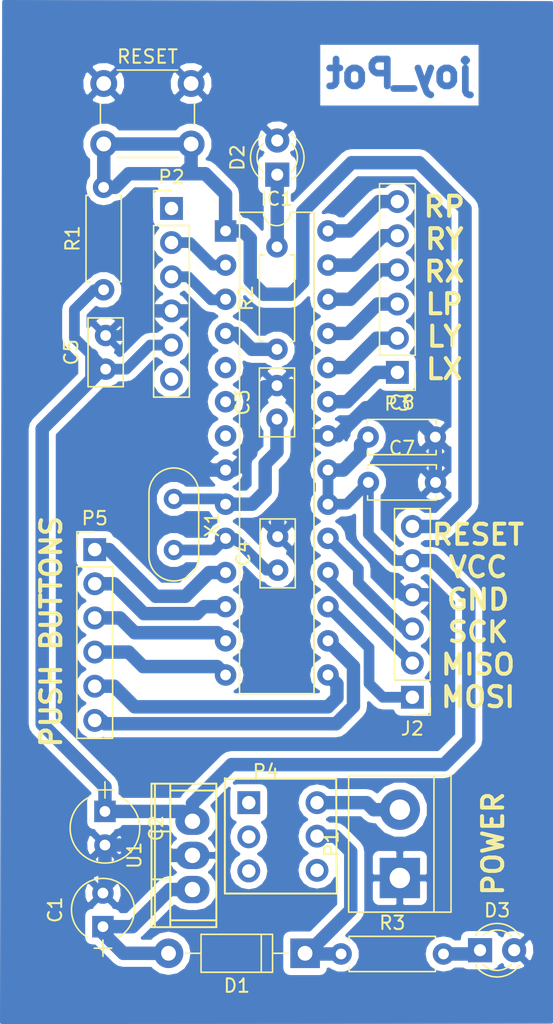
<source format=kicad_pcb>
(kicad_pcb (version 4) (host pcbnew 4.0.7)

  (general
    (links 58)
    (no_connects 0)
    (area 123.99 40.65 165.150001 116.800001)
    (thickness 1.6)
    (drawings 10)
    (tracks 214)
    (zones 0)
    (modules 23)
    (nets 38)
  )

  (page A4)
  (layers
    (0 F.Cu signal)
    (31 B.Cu signal)
    (32 B.Adhes user)
    (33 F.Adhes user)
    (34 B.Paste user)
    (35 F.Paste user)
    (36 B.SilkS user)
    (37 F.SilkS user)
    (38 B.Mask user)
    (39 F.Mask user)
    (40 Dwgs.User user)
    (41 Cmts.User user)
    (42 Eco1.User user)
    (43 Eco2.User user)
    (44 Edge.Cuts user)
    (45 Margin user)
    (46 B.CrtYd user)
    (47 F.CrtYd user)
    (48 B.Fab user)
    (49 F.Fab user)
  )

  (setup
    (last_trace_width 1)
    (user_trace_width 0.8)
    (trace_clearance 0.2)
    (zone_clearance 0.508)
    (zone_45_only no)
    (trace_min 0.2)
    (segment_width 0.2)
    (edge_width 0.15)
    (via_size 0.6)
    (via_drill 0.4)
    (via_min_size 0.4)
    (via_min_drill 0.3)
    (user_via 2 0.8)
    (user_via 2.3 1)
    (uvia_size 0.3)
    (uvia_drill 0.1)
    (uvias_allowed no)
    (uvia_min_size 0.2)
    (uvia_min_drill 0.1)
    (pcb_text_width 0.3)
    (pcb_text_size 1.5 1.5)
    (mod_edge_width 0.15)
    (mod_text_size 1 1)
    (mod_text_width 0.15)
    (pad_size 1.524 1.524)
    (pad_drill 0.762)
    (pad_to_mask_clearance 0.2)
    (aux_axis_origin 0 0)
    (visible_elements 7FFFFFFF)
    (pcbplotparams
      (layerselection 0x00030_80000001)
      (usegerberextensions false)
      (excludeedgelayer true)
      (linewidth 0.100000)
      (plotframeref false)
      (viasonmask false)
      (mode 1)
      (useauxorigin false)
      (hpglpennumber 1)
      (hpglpenspeed 20)
      (hpglpendiameter 15)
      (hpglpenoverlay 2)
      (psnegative false)
      (psa4output false)
      (plotreference true)
      (plotvalue true)
      (plotinvisibletext false)
      (padsonsilk false)
      (subtractmaskfromsilk false)
      (outputformat 1)
      (mirror false)
      (drillshape 1)
      (scaleselection 1)
      (outputdirectory ""))
  )

  (net 0 "")
  (net 1 "Net-(C1-Pad1)")
  (net 2 /GND)
  (net 3 /VCC)
  (net 4 "Net-(C3-Pad1)")
  (net 5 "Net-(C4-Pad1)")
  (net 6 "Net-(D1-Pad1)")
  (net 7 "Net-(D2-Pad1)")
  (net 8 /RX)
  (net 9 /TX)
  (net 10 /MOSI)
  (net 11 /LED)
  (net 12 /MISO)
  (net 13 /LPU)
  (net 14 /SCK)
  (net 15 /LPR)
  (net 16 "Net-(IC1-Pad7)")
  (net 17 /LX)
  (net 18 /LY)
  (net 19 /LPD)
  (net 20 /LP)
  (net 21 /LPL)
  (net 22 /RXX)
  (net 23 /RPU)
  (net 24 /RY)
  (net 25 /RPR)
  (net 26 /RP)
  (net 27 /RESET)
  (net 28 /POWER)
  (net 29 "Net-(P2-Pad1)")
  (net 30 "Net-(P2-Pad6)")
  (net 31 "Net-(P4-Pad1)")
  (net 32 "Net-(P4-Pad3)")
  (net 33 "Net-(P4-Pad5)")
  (net 34 "Net-(P4-Pad6)")
  (net 35 "Net-(IC1-Pad5)")
  (net 36 "Net-(IC1-Pad6)")
  (net 37 "Net-(D3-Pad1)")

  (net_class Default "This is the default net class."
    (clearance 0.2)
    (trace_width 1)
    (via_dia 0.6)
    (via_drill 0.4)
    (uvia_dia 0.3)
    (uvia_drill 0.1)
    (add_net /GND)
    (add_net /LED)
    (add_net /LP)
    (add_net /LPD)
    (add_net /LPL)
    (add_net /LPR)
    (add_net /LPU)
    (add_net /LX)
    (add_net /LY)
    (add_net /MISO)
    (add_net /MOSI)
    (add_net /POWER)
    (add_net /RESET)
    (add_net /RP)
    (add_net /RPR)
    (add_net /RPU)
    (add_net /RX)
    (add_net /RXX)
    (add_net /RY)
    (add_net /SCK)
    (add_net /TX)
    (add_net /VCC)
    (add_net "Net-(C1-Pad1)")
    (add_net "Net-(C3-Pad1)")
    (add_net "Net-(C4-Pad1)")
    (add_net "Net-(D1-Pad1)")
    (add_net "Net-(D2-Pad1)")
    (add_net "Net-(D3-Pad1)")
    (add_net "Net-(IC1-Pad5)")
    (add_net "Net-(IC1-Pad6)")
    (add_net "Net-(IC1-Pad7)")
    (add_net "Net-(P2-Pad1)")
    (add_net "Net-(P2-Pad6)")
    (add_net "Net-(P4-Pad1)")
    (add_net "Net-(P4-Pad3)")
    (add_net "Net-(P4-Pad5)")
    (add_net "Net-(P4-Pad6)")
  )

  (module Pin_Headers:Pin_Header_Straight_1x06_Pitch2.54mm (layer F.Cu) (tedit 59650532) (tstamp 5A0F41D3)
    (at 153.56 68.34 180)
    (descr "Through hole straight pin header, 1x06, 2.54mm pitch, single row")
    (tags "Through hole pin header THT 1x06 2.54mm single row")
    (path /5A0F6A9B)
    (fp_text reference P3 (at 0 -2.33 180) (layer F.SilkS)
      (effects (font (size 1 1) (thickness 0.15)))
    )
    (fp_text value CONN_6 (at 0 15.03 180) (layer F.Fab)
      (effects (font (size 1 1) (thickness 0.15)))
    )
    (fp_line (start -0.635 -1.27) (end 1.27 -1.27) (layer F.Fab) (width 0.1))
    (fp_line (start 1.27 -1.27) (end 1.27 13.97) (layer F.Fab) (width 0.1))
    (fp_line (start 1.27 13.97) (end -1.27 13.97) (layer F.Fab) (width 0.1))
    (fp_line (start -1.27 13.97) (end -1.27 -0.635) (layer F.Fab) (width 0.1))
    (fp_line (start -1.27 -0.635) (end -0.635 -1.27) (layer F.Fab) (width 0.1))
    (fp_line (start -1.33 14.03) (end 1.33 14.03) (layer F.SilkS) (width 0.12))
    (fp_line (start -1.33 1.27) (end -1.33 14.03) (layer F.SilkS) (width 0.12))
    (fp_line (start 1.33 1.27) (end 1.33 14.03) (layer F.SilkS) (width 0.12))
    (fp_line (start -1.33 1.27) (end 1.33 1.27) (layer F.SilkS) (width 0.12))
    (fp_line (start -1.33 0) (end -1.33 -1.33) (layer F.SilkS) (width 0.12))
    (fp_line (start -1.33 -1.33) (end 0 -1.33) (layer F.SilkS) (width 0.12))
    (fp_line (start -1.8 -1.8) (end -1.8 14.5) (layer F.CrtYd) (width 0.05))
    (fp_line (start -1.8 14.5) (end 1.8 14.5) (layer F.CrtYd) (width 0.05))
    (fp_line (start 1.8 14.5) (end 1.8 -1.8) (layer F.CrtYd) (width 0.05))
    (fp_line (start 1.8 -1.8) (end -1.8 -1.8) (layer F.CrtYd) (width 0.05))
    (fp_text user %R (at 0 6.35 270) (layer F.Fab)
      (effects (font (size 1 1) (thickness 0.15)))
    )
    (pad 1 thru_hole rect (at 0 0 180) (size 1.7 1.7) (drill 1) (layers *.Cu *.Mask)
      (net 17 /LX))
    (pad 2 thru_hole oval (at 0 2.54 180) (size 1.7 1.7) (drill 1) (layers *.Cu *.Mask)
      (net 18 /LY))
    (pad 3 thru_hole oval (at 0 5.08 180) (size 1.7 1.7) (drill 1) (layers *.Cu *.Mask)
      (net 20 /LP))
    (pad 4 thru_hole oval (at 0 7.62 180) (size 1.7 1.7) (drill 1) (layers *.Cu *.Mask)
      (net 22 /RXX))
    (pad 5 thru_hole oval (at 0 10.16 180) (size 1.7 1.7) (drill 1) (layers *.Cu *.Mask)
      (net 24 /RY))
    (pad 6 thru_hole oval (at 0 12.7 180) (size 1.7 1.7) (drill 1) (layers *.Cu *.Mask)
      (net 26 /RP))
    (model ${KISYS3DMOD}/Pin_Headers.3dshapes/Pin_Header_Straight_1x06_Pitch2.54mm.wrl
      (at (xyz 0 0 0))
      (scale (xyz 1 1 1))
      (rotate (xyz 0 0 0))
    )
  )

  (module Connectors:bornier2 (layer F.Cu) (tedit 587FD522) (tstamp 5A0F41BF)
    (at 153.74 105.94 90)
    (descr "Bornier d'alimentation 2 pins")
    (tags DEV)
    (path /5A0F3252)
    (fp_text reference P1 (at 2.54 -5.08 90) (layer F.SilkS)
      (effects (font (size 1 1) (thickness 0.15)))
    )
    (fp_text value CONN_2 (at 2.54 5.08 90) (layer F.Fab)
      (effects (font (size 1 1) (thickness 0.15)))
    )
    (fp_line (start -2.41 2.55) (end 7.49 2.55) (layer F.Fab) (width 0.1))
    (fp_line (start -2.46 -3.75) (end -2.46 3.75) (layer F.Fab) (width 0.1))
    (fp_line (start -2.46 3.75) (end 7.54 3.75) (layer F.Fab) (width 0.1))
    (fp_line (start 7.54 3.75) (end 7.54 -3.75) (layer F.Fab) (width 0.1))
    (fp_line (start 7.54 -3.75) (end -2.46 -3.75) (layer F.Fab) (width 0.1))
    (fp_line (start 7.62 2.54) (end -2.54 2.54) (layer F.SilkS) (width 0.12))
    (fp_line (start 7.62 3.81) (end 7.62 -3.81) (layer F.SilkS) (width 0.12))
    (fp_line (start 7.62 -3.81) (end -2.54 -3.81) (layer F.SilkS) (width 0.12))
    (fp_line (start -2.54 -3.81) (end -2.54 3.81) (layer F.SilkS) (width 0.12))
    (fp_line (start -2.54 3.81) (end 7.62 3.81) (layer F.SilkS) (width 0.12))
    (fp_line (start -2.71 -4) (end 7.79 -4) (layer F.CrtYd) (width 0.05))
    (fp_line (start -2.71 -4) (end -2.71 4) (layer F.CrtYd) (width 0.05))
    (fp_line (start 7.79 4) (end 7.79 -4) (layer F.CrtYd) (width 0.05))
    (fp_line (start 7.79 4) (end -2.71 4) (layer F.CrtYd) (width 0.05))
    (pad 1 thru_hole rect (at 0 0 90) (size 3 3) (drill 1.52) (layers *.Cu *.Mask)
      (net 2 /GND))
    (pad 2 thru_hole circle (at 5.08 0 90) (size 3 3) (drill 1.52) (layers *.Cu *.Mask)
      (net 28 /POWER))
    (model ${KISYS3DMOD}/Connectors.3dshapes/bornier2.wrl
      (at (xyz 0 0 0))
      (scale (xyz 1 1 1))
      (rotate (xyz 0 0 0))
    )
  )

  (module Pin_Headers:Pin_Header_Straight_2x03_Pitch2.54mm (layer F.Cu) (tedit 5A0F406B) (tstamp 5A0F454C)
    (at 142.5 100.34)
    (descr "Through hole straight pin header, 2x03, 2.54mm pitch, double rows")
    (tags "Through hole pin header THT 2x03 2.54mm double row")
    (path /5A0F4264)
    (fp_text reference P4 (at 1.27 -2.33) (layer F.SilkS)
      (effects (font (size 1 1) (thickness 0.15)))
    )
    (fp_text value CONN_6 (at 1.27 7.41) (layer F.Fab)
      (effects (font (size 1 1) (thickness 0.15)))
    )
    (fp_line (start -1.778 -1.8288) (end -1.778 6.7564) (layer F.SilkS) (width 0.15))
    (fp_line (start -1.778 6.7564) (end 6.5532 6.7564) (layer F.SilkS) (width 0.15))
    (fp_line (start 6.5532 6.7564) (end 6.5024 -1.778) (layer F.SilkS) (width 0.15))
    (fp_line (start 6.5024 -1.778) (end -1.7272 -1.778) (layer F.SilkS) (width 0.15))
    (fp_line (start -1.8 -1.8) (end -1.8 6.85) (layer F.CrtYd) (width 0.05))
    (fp_line (start -1.8 6.85) (end 4.35 6.85) (layer F.CrtYd) (width 0.05))
    (pad 1 thru_hole rect (at 0 0) (size 1.7 1.7) (drill 1) (layers *.Cu *.Mask)
      (net 31 "Net-(P4-Pad1)"))
    (pad 2 thru_hole oval (at 5.08 0) (size 1.7 1.7) (drill 1) (layers *.Cu *.Mask)
      (net 28 /POWER))
    (pad 3 thru_hole oval (at 0 2.54) (size 1.7 1.7) (drill 1) (layers *.Cu *.Mask)
      (net 32 "Net-(P4-Pad3)"))
    (pad 4 thru_hole oval (at 5.08 2.4892) (size 1.7 1.7) (drill 1) (layers *.Cu *.Mask)
      (net 6 "Net-(D1-Pad1)"))
    (pad 5 thru_hole oval (at 0 5.08) (size 1.7 1.7) (drill 1) (layers *.Cu *.Mask)
      (net 33 "Net-(P4-Pad5)"))
    (pad 6 thru_hole oval (at 5.08 5.0292) (size 1.7 1.7) (drill 1) (layers *.Cu *.Mask)
      (net 34 "Net-(P4-Pad6)"))
    (model ${KISYS3DMOD}/Pin_Headers.3dshapes/Pin_Header_Straight_2x03_Pitch2.54mm.wrl
      (at (xyz 0 0 0))
      (scale (xyz 1 1 1))
      (rotate (xyz 0 0 0))
    )
  )

  (module Capacitors_THT:C_Disc_D5.0mm_W2.5mm_P2.50mm (layer F.Cu) (tedit 597BC7C2) (tstamp 5A0F4159)
    (at 144.6 71.825 90)
    (descr "C, Disc series, Radial, pin pitch=2.50mm, , diameter*width=5*2.5mm^2, Capacitor, http://cdn-reichelt.de/documents/datenblatt/B300/DS_KERKO_TC.pdf")
    (tags "C Disc series Radial pin pitch 2.50mm  diameter 5mm width 2.5mm Capacitor")
    (path /5A0F4944)
    (fp_text reference C3 (at 1.25 -2.56 90) (layer F.SilkS)
      (effects (font (size 1 1) (thickness 0.15)))
    )
    (fp_text value C (at 1.25 2.56 90) (layer F.Fab)
      (effects (font (size 1 1) (thickness 0.15)))
    )
    (fp_line (start -1.25 -1.25) (end -1.25 1.25) (layer F.Fab) (width 0.1))
    (fp_line (start -1.25 1.25) (end 3.75 1.25) (layer F.Fab) (width 0.1))
    (fp_line (start 3.75 1.25) (end 3.75 -1.25) (layer F.Fab) (width 0.1))
    (fp_line (start 3.75 -1.25) (end -1.25 -1.25) (layer F.Fab) (width 0.1))
    (fp_line (start -1.31 -1.31) (end 3.81 -1.31) (layer F.SilkS) (width 0.12))
    (fp_line (start -1.31 1.31) (end 3.81 1.31) (layer F.SilkS) (width 0.12))
    (fp_line (start -1.31 -1.31) (end -1.31 1.31) (layer F.SilkS) (width 0.12))
    (fp_line (start 3.81 -1.31) (end 3.81 1.31) (layer F.SilkS) (width 0.12))
    (fp_line (start -1.6 -1.6) (end -1.6 1.6) (layer F.CrtYd) (width 0.05))
    (fp_line (start -1.6 1.6) (end 4.1 1.6) (layer F.CrtYd) (width 0.05))
    (fp_line (start 4.1 1.6) (end 4.1 -1.6) (layer F.CrtYd) (width 0.05))
    (fp_line (start 4.1 -1.6) (end -1.6 -1.6) (layer F.CrtYd) (width 0.05))
    (fp_text user %R (at 1.25 0 90) (layer F.Fab)
      (effects (font (size 1 1) (thickness 0.15)))
    )
    (pad 1 thru_hole circle (at 0 0 90) (size 1.6 1.6) (drill 0.8) (layers *.Cu *.Mask)
      (net 4 "Net-(C3-Pad1)"))
    (pad 2 thru_hole circle (at 2.5 0 90) (size 1.6 1.6) (drill 0.8) (layers *.Cu *.Mask)
      (net 2 /GND))
    (model ${KISYS3DMOD}/Capacitors_THT.3dshapes/C_Disc_D5.0mm_W2.5mm_P2.50mm.wrl
      (at (xyz 0 0 0))
      (scale (xyz 1 1 1))
      (rotate (xyz 0 0 0))
    )
  )

  (module Capacitors_THT:C_Disc_D5.0mm_W2.5mm_P2.50mm (layer F.Cu) (tedit 597BC7C2) (tstamp 5A0F415F)
    (at 144.65 83.05 90)
    (descr "C, Disc series, Radial, pin pitch=2.50mm, , diameter*width=5*2.5mm^2, Capacitor, http://cdn-reichelt.de/documents/datenblatt/B300/DS_KERKO_TC.pdf")
    (tags "C Disc series Radial pin pitch 2.50mm  diameter 5mm width 2.5mm Capacitor")
    (path /5A0F49B8)
    (fp_text reference C4 (at 1.25 -2.56 90) (layer F.SilkS)
      (effects (font (size 1 1) (thickness 0.15)))
    )
    (fp_text value C (at 1.25 2.56 90) (layer F.Fab)
      (effects (font (size 1 1) (thickness 0.15)))
    )
    (fp_line (start -1.25 -1.25) (end -1.25 1.25) (layer F.Fab) (width 0.1))
    (fp_line (start -1.25 1.25) (end 3.75 1.25) (layer F.Fab) (width 0.1))
    (fp_line (start 3.75 1.25) (end 3.75 -1.25) (layer F.Fab) (width 0.1))
    (fp_line (start 3.75 -1.25) (end -1.25 -1.25) (layer F.Fab) (width 0.1))
    (fp_line (start -1.31 -1.31) (end 3.81 -1.31) (layer F.SilkS) (width 0.12))
    (fp_line (start -1.31 1.31) (end 3.81 1.31) (layer F.SilkS) (width 0.12))
    (fp_line (start -1.31 -1.31) (end -1.31 1.31) (layer F.SilkS) (width 0.12))
    (fp_line (start 3.81 -1.31) (end 3.81 1.31) (layer F.SilkS) (width 0.12))
    (fp_line (start -1.6 -1.6) (end -1.6 1.6) (layer F.CrtYd) (width 0.05))
    (fp_line (start -1.6 1.6) (end 4.1 1.6) (layer F.CrtYd) (width 0.05))
    (fp_line (start 4.1 1.6) (end 4.1 -1.6) (layer F.CrtYd) (width 0.05))
    (fp_line (start 4.1 -1.6) (end -1.6 -1.6) (layer F.CrtYd) (width 0.05))
    (fp_text user %R (at 1.25 0 90) (layer F.Fab)
      (effects (font (size 1 1) (thickness 0.15)))
    )
    (pad 1 thru_hole circle (at 0 0 90) (size 1.6 1.6) (drill 0.8) (layers *.Cu *.Mask)
      (net 5 "Net-(C4-Pad1)"))
    (pad 2 thru_hole circle (at 2.5 0 90) (size 1.6 1.6) (drill 0.8) (layers *.Cu *.Mask)
      (net 2 /GND))
    (model ${KISYS3DMOD}/Capacitors_THT.3dshapes/C_Disc_D5.0mm_W2.5mm_P2.50mm.wrl
      (at (xyz 0 0 0))
      (scale (xyz 1 1 1))
      (rotate (xyz 0 0 0))
    )
  )

  (module Capacitors_THT:C_Disc_D5.0mm_W2.5mm_P2.50mm (layer F.Cu) (tedit 597BC7C2) (tstamp 5A0F4165)
    (at 131.85 68.1 90)
    (descr "C, Disc series, Radial, pin pitch=2.50mm, , diameter*width=5*2.5mm^2, Capacitor, http://cdn-reichelt.de/documents/datenblatt/B300/DS_KERKO_TC.pdf")
    (tags "C Disc series Radial pin pitch 2.50mm  diameter 5mm width 2.5mm Capacitor")
    (path /5A0F4ED2)
    (fp_text reference C5 (at 1.25 -2.56 90) (layer F.SilkS)
      (effects (font (size 1 1) (thickness 0.15)))
    )
    (fp_text value C (at 1.25 2.56 90) (layer F.Fab)
      (effects (font (size 1 1) (thickness 0.15)))
    )
    (fp_line (start -1.25 -1.25) (end -1.25 1.25) (layer F.Fab) (width 0.1))
    (fp_line (start -1.25 1.25) (end 3.75 1.25) (layer F.Fab) (width 0.1))
    (fp_line (start 3.75 1.25) (end 3.75 -1.25) (layer F.Fab) (width 0.1))
    (fp_line (start 3.75 -1.25) (end -1.25 -1.25) (layer F.Fab) (width 0.1))
    (fp_line (start -1.31 -1.31) (end 3.81 -1.31) (layer F.SilkS) (width 0.12))
    (fp_line (start -1.31 1.31) (end 3.81 1.31) (layer F.SilkS) (width 0.12))
    (fp_line (start -1.31 -1.31) (end -1.31 1.31) (layer F.SilkS) (width 0.12))
    (fp_line (start 3.81 -1.31) (end 3.81 1.31) (layer F.SilkS) (width 0.12))
    (fp_line (start -1.6 -1.6) (end -1.6 1.6) (layer F.CrtYd) (width 0.05))
    (fp_line (start -1.6 1.6) (end 4.1 1.6) (layer F.CrtYd) (width 0.05))
    (fp_line (start 4.1 1.6) (end 4.1 -1.6) (layer F.CrtYd) (width 0.05))
    (fp_line (start 4.1 -1.6) (end -1.6 -1.6) (layer F.CrtYd) (width 0.05))
    (fp_text user %R (at 1.25 0 90) (layer F.Fab)
      (effects (font (size 1 1) (thickness 0.15)))
    )
    (pad 1 thru_hole circle (at 0 0 90) (size 1.6 1.6) (drill 0.8) (layers *.Cu *.Mask)
      (net 3 /VCC))
    (pad 2 thru_hole circle (at 2.5 0 90) (size 1.6 1.6) (drill 0.8) (layers *.Cu *.Mask)
      (net 2 /GND))
    (model ${KISYS3DMOD}/Capacitors_THT.3dshapes/C_Disc_D5.0mm_W2.5mm_P2.50mm.wrl
      (at (xyz 0 0 0))
      (scale (xyz 1 1 1))
      (rotate (xyz 0 0 0))
    )
  )

  (module Capacitors_THT:C_Disc_D5.0mm_W2.5mm_P5.00mm (layer F.Cu) (tedit 597BC7C2) (tstamp 5A0F4171)
    (at 151.4 76.525)
    (descr "C, Disc series, Radial, pin pitch=5.00mm, , diameter*width=5*2.5mm^2, Capacitor, http://cdn-reichelt.de/documents/datenblatt/B300/DS_KERKO_TC.pdf")
    (tags "C Disc series Radial pin pitch 5.00mm  diameter 5mm width 2.5mm Capacitor")
    (path /5A0F3D3A)
    (fp_text reference C7 (at 2.5 -2.56) (layer F.SilkS)
      (effects (font (size 1 1) (thickness 0.15)))
    )
    (fp_text value C (at 2.5 2.56) (layer F.Fab)
      (effects (font (size 1 1) (thickness 0.15)))
    )
    (fp_line (start 0 -1.25) (end 0 1.25) (layer F.Fab) (width 0.1))
    (fp_line (start 0 1.25) (end 5 1.25) (layer F.Fab) (width 0.1))
    (fp_line (start 5 1.25) (end 5 -1.25) (layer F.Fab) (width 0.1))
    (fp_line (start 5 -1.25) (end 0 -1.25) (layer F.Fab) (width 0.1))
    (fp_line (start -0.06 -1.31) (end 5.06 -1.31) (layer F.SilkS) (width 0.12))
    (fp_line (start -0.06 1.31) (end 5.06 1.31) (layer F.SilkS) (width 0.12))
    (fp_line (start -0.06 -1.31) (end -0.06 -0.996) (layer F.SilkS) (width 0.12))
    (fp_line (start -0.06 0.996) (end -0.06 1.31) (layer F.SilkS) (width 0.12))
    (fp_line (start 5.06 -1.31) (end 5.06 -0.996) (layer F.SilkS) (width 0.12))
    (fp_line (start 5.06 0.996) (end 5.06 1.31) (layer F.SilkS) (width 0.12))
    (fp_line (start -1.05 -1.6) (end -1.05 1.6) (layer F.CrtYd) (width 0.05))
    (fp_line (start -1.05 1.6) (end 6.05 1.6) (layer F.CrtYd) (width 0.05))
    (fp_line (start 6.05 1.6) (end 6.05 -1.6) (layer F.CrtYd) (width 0.05))
    (fp_line (start 6.05 -1.6) (end -1.05 -1.6) (layer F.CrtYd) (width 0.05))
    (fp_text user %R (at 2.5 0) (layer F.Fab)
      (effects (font (size 1 1) (thickness 0.15)))
    )
    (pad 1 thru_hole circle (at 0 0) (size 1.6 1.6) (drill 0.8) (layers *.Cu *.Mask)
      (net 3 /VCC))
    (pad 2 thru_hole circle (at 5 0) (size 1.6 1.6) (drill 0.8) (layers *.Cu *.Mask)
      (net 2 /GND))
    (model ${KISYS3DMOD}/Capacitors_THT.3dshapes/C_Disc_D5.0mm_W2.5mm_P5.00mm.wrl
      (at (xyz 0 0 0))
      (scale (xyz 1 1 1))
      (rotate (xyz 0 0 0))
    )
  )

  (module Capacitors_THT:C_Disc_D5.0mm_W2.5mm_P5.00mm (layer F.Cu) (tedit 597BC7C2) (tstamp 5A0F4177)
    (at 151.38 73.15)
    (descr "C, Disc series, Radial, pin pitch=5.00mm, , diameter*width=5*2.5mm^2, Capacitor, http://cdn-reichelt.de/documents/datenblatt/B300/DS_KERKO_TC.pdf")
    (tags "C Disc series Radial pin pitch 5.00mm  diameter 5mm width 2.5mm Capacitor")
    (path /5A0F3D89)
    (fp_text reference C8 (at 2.5 -2.56) (layer F.SilkS)
      (effects (font (size 1 1) (thickness 0.15)))
    )
    (fp_text value C (at 2.5 2.56) (layer F.Fab)
      (effects (font (size 1 1) (thickness 0.15)))
    )
    (fp_line (start 0 -1.25) (end 0 1.25) (layer F.Fab) (width 0.1))
    (fp_line (start 0 1.25) (end 5 1.25) (layer F.Fab) (width 0.1))
    (fp_line (start 5 1.25) (end 5 -1.25) (layer F.Fab) (width 0.1))
    (fp_line (start 5 -1.25) (end 0 -1.25) (layer F.Fab) (width 0.1))
    (fp_line (start -0.06 -1.31) (end 5.06 -1.31) (layer F.SilkS) (width 0.12))
    (fp_line (start -0.06 1.31) (end 5.06 1.31) (layer F.SilkS) (width 0.12))
    (fp_line (start -0.06 -1.31) (end -0.06 -0.996) (layer F.SilkS) (width 0.12))
    (fp_line (start -0.06 0.996) (end -0.06 1.31) (layer F.SilkS) (width 0.12))
    (fp_line (start 5.06 -1.31) (end 5.06 -0.996) (layer F.SilkS) (width 0.12))
    (fp_line (start 5.06 0.996) (end 5.06 1.31) (layer F.SilkS) (width 0.12))
    (fp_line (start -1.05 -1.6) (end -1.05 1.6) (layer F.CrtYd) (width 0.05))
    (fp_line (start -1.05 1.6) (end 6.05 1.6) (layer F.CrtYd) (width 0.05))
    (fp_line (start 6.05 1.6) (end 6.05 -1.6) (layer F.CrtYd) (width 0.05))
    (fp_line (start 6.05 -1.6) (end -1.05 -1.6) (layer F.CrtYd) (width 0.05))
    (fp_text user %R (at 2.5 0) (layer F.Fab)
      (effects (font (size 1 1) (thickness 0.15)))
    )
    (pad 1 thru_hole circle (at 0 0) (size 1.6 1.6) (drill 0.8) (layers *.Cu *.Mask)
      (net 3 /VCC))
    (pad 2 thru_hole circle (at 5 0) (size 1.6 1.6) (drill 0.8) (layers *.Cu *.Mask)
      (net 2 /GND))
    (model ${KISYS3DMOD}/Capacitors_THT.3dshapes/C_Disc_D5.0mm_W2.5mm_P5.00mm.wrl
      (at (xyz 0 0 0))
      (scale (xyz 1 1 1))
      (rotate (xyz 0 0 0))
    )
  )

  (module Diodes_THT:D_DO-41_SOD81_P10.16mm_Horizontal (layer F.Cu) (tedit 5921392F) (tstamp 5A0F417D)
    (at 146.69 111.54 180)
    (descr "D, DO-41_SOD81 series, Axial, Horizontal, pin pitch=10.16mm, , length*diameter=5.2*2.7mm^2, , http://www.diodes.com/_files/packages/DO-41%20(Plastic).pdf")
    (tags "D DO-41_SOD81 series Axial Horizontal pin pitch 10.16mm  length 5.2mm diameter 2.7mm")
    (path /5A0F344E)
    (fp_text reference D1 (at 5.08 -2.41 180) (layer F.SilkS)
      (effects (font (size 1 1) (thickness 0.15)))
    )
    (fp_text value DIODE (at 5.08 2.41 180) (layer F.Fab)
      (effects (font (size 1 1) (thickness 0.15)))
    )
    (fp_text user %R (at 5.08 0 180) (layer F.Fab)
      (effects (font (size 1 1) (thickness 0.15)))
    )
    (fp_line (start 2.48 -1.35) (end 2.48 1.35) (layer F.Fab) (width 0.1))
    (fp_line (start 2.48 1.35) (end 7.68 1.35) (layer F.Fab) (width 0.1))
    (fp_line (start 7.68 1.35) (end 7.68 -1.35) (layer F.Fab) (width 0.1))
    (fp_line (start 7.68 -1.35) (end 2.48 -1.35) (layer F.Fab) (width 0.1))
    (fp_line (start 0 0) (end 2.48 0) (layer F.Fab) (width 0.1))
    (fp_line (start 10.16 0) (end 7.68 0) (layer F.Fab) (width 0.1))
    (fp_line (start 3.26 -1.35) (end 3.26 1.35) (layer F.Fab) (width 0.1))
    (fp_line (start 2.42 -1.41) (end 2.42 1.41) (layer F.SilkS) (width 0.12))
    (fp_line (start 2.42 1.41) (end 7.74 1.41) (layer F.SilkS) (width 0.12))
    (fp_line (start 7.74 1.41) (end 7.74 -1.41) (layer F.SilkS) (width 0.12))
    (fp_line (start 7.74 -1.41) (end 2.42 -1.41) (layer F.SilkS) (width 0.12))
    (fp_line (start 1.28 0) (end 2.42 0) (layer F.SilkS) (width 0.12))
    (fp_line (start 8.88 0) (end 7.74 0) (layer F.SilkS) (width 0.12))
    (fp_line (start 3.26 -1.41) (end 3.26 1.41) (layer F.SilkS) (width 0.12))
    (fp_line (start -1.35 -1.7) (end -1.35 1.7) (layer F.CrtYd) (width 0.05))
    (fp_line (start -1.35 1.7) (end 11.55 1.7) (layer F.CrtYd) (width 0.05))
    (fp_line (start 11.55 1.7) (end 11.55 -1.7) (layer F.CrtYd) (width 0.05))
    (fp_line (start 11.55 -1.7) (end -1.35 -1.7) (layer F.CrtYd) (width 0.05))
    (pad 1 thru_hole rect (at 0 0 180) (size 2.2 2.2) (drill 1.1) (layers *.Cu *.Mask)
      (net 6 "Net-(D1-Pad1)"))
    (pad 2 thru_hole oval (at 10.16 0 180) (size 2.2 2.2) (drill 1.1) (layers *.Cu *.Mask)
      (net 1 "Net-(C1-Pad1)"))
    (model ${KISYS3DMOD}/Diodes_THT.3dshapes/D_DO-41_SOD81_P10.16mm_Horizontal.wrl
      (at (xyz 0 0 0))
      (scale (xyz 0.393701 0.393701 0.393701))
      (rotate (xyz 0 0 0))
    )
  )

  (module LEDs:LED_D3.0mm (layer F.Cu) (tedit 587A3A7B) (tstamp 5A0F4183)
    (at 144.62 53.64 90)
    (descr "LED, diameter 3.0mm, 2 pins")
    (tags "LED diameter 3.0mm 2 pins")
    (path /5A0F1059)
    (fp_text reference D2 (at 1.27 -2.96 90) (layer F.SilkS)
      (effects (font (size 1 1) (thickness 0.15)))
    )
    (fp_text value LED (at 1.27 2.96 90) (layer F.Fab)
      (effects (font (size 1 1) (thickness 0.15)))
    )
    (fp_arc (start 1.27 0) (end -0.23 -1.16619) (angle 284.3) (layer F.Fab) (width 0.1))
    (fp_arc (start 1.27 0) (end -0.29 -1.235516) (angle 108.8) (layer F.SilkS) (width 0.12))
    (fp_arc (start 1.27 0) (end -0.29 1.235516) (angle -108.8) (layer F.SilkS) (width 0.12))
    (fp_arc (start 1.27 0) (end 0.229039 -1.08) (angle 87.9) (layer F.SilkS) (width 0.12))
    (fp_arc (start 1.27 0) (end 0.229039 1.08) (angle -87.9) (layer F.SilkS) (width 0.12))
    (fp_circle (center 1.27 0) (end 2.77 0) (layer F.Fab) (width 0.1))
    (fp_line (start -0.23 -1.16619) (end -0.23 1.16619) (layer F.Fab) (width 0.1))
    (fp_line (start -0.29 -1.236) (end -0.29 -1.08) (layer F.SilkS) (width 0.12))
    (fp_line (start -0.29 1.08) (end -0.29 1.236) (layer F.SilkS) (width 0.12))
    (fp_line (start -1.15 -2.25) (end -1.15 2.25) (layer F.CrtYd) (width 0.05))
    (fp_line (start -1.15 2.25) (end 3.7 2.25) (layer F.CrtYd) (width 0.05))
    (fp_line (start 3.7 2.25) (end 3.7 -2.25) (layer F.CrtYd) (width 0.05))
    (fp_line (start 3.7 -2.25) (end -1.15 -2.25) (layer F.CrtYd) (width 0.05))
    (pad 1 thru_hole rect (at 0 0 90) (size 1.8 1.8) (drill 0.9) (layers *.Cu *.Mask)
      (net 7 "Net-(D2-Pad1)"))
    (pad 2 thru_hole circle (at 2.54 0 90) (size 1.8 1.8) (drill 0.9) (layers *.Cu *.Mask)
      (net 2 /GND))
    (model ${KISYS3DMOD}/LEDs.3dshapes/LED_D3.0mm.wrl
      (at (xyz 0 0 0))
      (scale (xyz 0.393701 0.393701 0.393701))
      (rotate (xyz 0 0 0))
    )
  )

  (module Housings_DIP:DIP-28_W7.62mm (layer F.Cu) (tedit 58CC8E2F) (tstamp 5A0F41A3)
    (at 140.775 57.825)
    (descr "28-lead dip package, row spacing 7.62 mm (300 mils)")
    (tags "DIL DIP PDIP 2.54mm 7.62mm 300mil")
    (path /5A0F32E8)
    (fp_text reference IC1 (at 3.81 -2.39) (layer F.SilkS)
      (effects (font (size 1 1) (thickness 0.15)))
    )
    (fp_text value ATMEGA8A-P (at 3.81 35.41) (layer F.Fab)
      (effects (font (size 1 1) (thickness 0.15)))
    )
    (fp_text user %R (at 3.81 16.51) (layer F.Fab)
      (effects (font (size 1 1) (thickness 0.15)))
    )
    (fp_line (start 1.635 -1.27) (end 6.985 -1.27) (layer F.Fab) (width 0.1))
    (fp_line (start 6.985 -1.27) (end 6.985 34.29) (layer F.Fab) (width 0.1))
    (fp_line (start 6.985 34.29) (end 0.635 34.29) (layer F.Fab) (width 0.1))
    (fp_line (start 0.635 34.29) (end 0.635 -0.27) (layer F.Fab) (width 0.1))
    (fp_line (start 0.635 -0.27) (end 1.635 -1.27) (layer F.Fab) (width 0.1))
    (fp_line (start 2.81 -1.39) (end 1.04 -1.39) (layer F.SilkS) (width 0.12))
    (fp_line (start 1.04 -1.39) (end 1.04 34.41) (layer F.SilkS) (width 0.12))
    (fp_line (start 1.04 34.41) (end 6.58 34.41) (layer F.SilkS) (width 0.12))
    (fp_line (start 6.58 34.41) (end 6.58 -1.39) (layer F.SilkS) (width 0.12))
    (fp_line (start 6.58 -1.39) (end 4.81 -1.39) (layer F.SilkS) (width 0.12))
    (fp_line (start -1.1 -1.6) (end -1.1 34.6) (layer F.CrtYd) (width 0.05))
    (fp_line (start -1.1 34.6) (end 8.7 34.6) (layer F.CrtYd) (width 0.05))
    (fp_line (start 8.7 34.6) (end 8.7 -1.6) (layer F.CrtYd) (width 0.05))
    (fp_line (start 8.7 -1.6) (end -1.1 -1.6) (layer F.CrtYd) (width 0.05))
    (fp_arc (start 3.81 -1.39) (end 2.81 -1.39) (angle -180) (layer F.SilkS) (width 0.12))
    (pad 1 thru_hole rect (at 0 0) (size 1.6 1.6) (drill 0.8) (layers *.Cu *.Mask)
      (net 27 /RESET))
    (pad 15 thru_hole oval (at 7.62 33.02) (size 1.6 1.6) (drill 0.8) (layers *.Cu *.Mask)
      (net 23 /RPU))
    (pad 2 thru_hole oval (at 0 2.54) (size 1.6 1.6) (drill 0.8) (layers *.Cu *.Mask)
      (net 8 /RX))
    (pad 16 thru_hole oval (at 7.62 30.48) (size 1.6 1.6) (drill 0.8) (layers *.Cu *.Mask)
      (net 25 /RPR))
    (pad 3 thru_hole oval (at 0 5.08) (size 1.6 1.6) (drill 0.8) (layers *.Cu *.Mask)
      (net 9 /TX))
    (pad 17 thru_hole oval (at 7.62 27.94) (size 1.6 1.6) (drill 0.8) (layers *.Cu *.Mask)
      (net 10 /MOSI))
    (pad 4 thru_hole oval (at 0 7.62) (size 1.6 1.6) (drill 0.8) (layers *.Cu *.Mask)
      (net 11 /LED))
    (pad 18 thru_hole oval (at 7.62 25.4) (size 1.6 1.6) (drill 0.8) (layers *.Cu *.Mask)
      (net 12 /MISO))
    (pad 5 thru_hole oval (at 0 10.16) (size 1.6 1.6) (drill 0.8) (layers *.Cu *.Mask)
      (net 35 "Net-(IC1-Pad5)"))
    (pad 19 thru_hole oval (at 7.62 22.86) (size 1.6 1.6) (drill 0.8) (layers *.Cu *.Mask)
      (net 14 /SCK))
    (pad 6 thru_hole oval (at 0 12.7) (size 1.6 1.6) (drill 0.8) (layers *.Cu *.Mask)
      (net 36 "Net-(IC1-Pad6)"))
    (pad 20 thru_hole oval (at 7.62 20.32) (size 1.6 1.6) (drill 0.8) (layers *.Cu *.Mask)
      (net 3 /VCC))
    (pad 7 thru_hole oval (at 0 15.24) (size 1.6 1.6) (drill 0.8) (layers *.Cu *.Mask)
      (net 16 "Net-(IC1-Pad7)"))
    (pad 21 thru_hole oval (at 7.62 17.78) (size 1.6 1.6) (drill 0.8) (layers *.Cu *.Mask)
      (net 3 /VCC))
    (pad 8 thru_hole oval (at 0 17.78) (size 1.6 1.6) (drill 0.8) (layers *.Cu *.Mask)
      (net 2 /GND))
    (pad 22 thru_hole oval (at 7.62 15.24) (size 1.6 1.6) (drill 0.8) (layers *.Cu *.Mask)
      (net 2 /GND))
    (pad 9 thru_hole oval (at 0 20.32) (size 1.6 1.6) (drill 0.8) (layers *.Cu *.Mask)
      (net 4 "Net-(C3-Pad1)"))
    (pad 23 thru_hole oval (at 7.62 12.7) (size 1.6 1.6) (drill 0.8) (layers *.Cu *.Mask)
      (net 17 /LX))
    (pad 10 thru_hole oval (at 0 22.86) (size 1.6 1.6) (drill 0.8) (layers *.Cu *.Mask)
      (net 5 "Net-(C4-Pad1)"))
    (pad 24 thru_hole oval (at 7.62 10.16) (size 1.6 1.6) (drill 0.8) (layers *.Cu *.Mask)
      (net 18 /LY))
    (pad 11 thru_hole oval (at 0 25.4) (size 1.6 1.6) (drill 0.8) (layers *.Cu *.Mask)
      (net 13 /LPU))
    (pad 25 thru_hole oval (at 7.62 7.62) (size 1.6 1.6) (drill 0.8) (layers *.Cu *.Mask)
      (net 20 /LP))
    (pad 12 thru_hole oval (at 0 27.94) (size 1.6 1.6) (drill 0.8) (layers *.Cu *.Mask)
      (net 15 /LPR))
    (pad 26 thru_hole oval (at 7.62 5.08) (size 1.6 1.6) (drill 0.8) (layers *.Cu *.Mask)
      (net 22 /RXX))
    (pad 13 thru_hole oval (at 0 30.48) (size 1.6 1.6) (drill 0.8) (layers *.Cu *.Mask)
      (net 19 /LPD))
    (pad 27 thru_hole oval (at 7.62 2.54) (size 1.6 1.6) (drill 0.8) (layers *.Cu *.Mask)
      (net 24 /RY))
    (pad 14 thru_hole oval (at 0 33.02) (size 1.6 1.6) (drill 0.8) (layers *.Cu *.Mask)
      (net 21 /LPL))
    (pad 28 thru_hole oval (at 7.62 0) (size 1.6 1.6) (drill 0.8) (layers *.Cu *.Mask)
      (net 26 /RP))
    (model ${KISYS3DMOD}/Housings_DIP.3dshapes/DIP-28_W7.62mm.wrl
      (at (xyz 0 0 0))
      (scale (xyz 1 1 1))
      (rotate (xyz 0 0 0))
    )
  )

  (module Pin_Headers:Pin_Header_Straight_1x06_Pitch2.54mm (layer F.Cu) (tedit 59650532) (tstamp 5A0F41B9)
    (at 154.675 92.5 180)
    (descr "Through hole straight pin header, 1x06, 2.54mm pitch, single row")
    (tags "Through hole pin header THT 1x06 2.54mm single row")
    (path /5A0A8286)
    (fp_text reference J2 (at 0 -2.33 180) (layer F.SilkS)
      (effects (font (size 1 1) (thickness 0.15)))
    )
    (fp_text value CONN_01X06 (at 0 15.03 180) (layer F.Fab)
      (effects (font (size 1 1) (thickness 0.15)))
    )
    (fp_line (start -0.635 -1.27) (end 1.27 -1.27) (layer F.Fab) (width 0.1))
    (fp_line (start 1.27 -1.27) (end 1.27 13.97) (layer F.Fab) (width 0.1))
    (fp_line (start 1.27 13.97) (end -1.27 13.97) (layer F.Fab) (width 0.1))
    (fp_line (start -1.27 13.97) (end -1.27 -0.635) (layer F.Fab) (width 0.1))
    (fp_line (start -1.27 -0.635) (end -0.635 -1.27) (layer F.Fab) (width 0.1))
    (fp_line (start -1.33 14.03) (end 1.33 14.03) (layer F.SilkS) (width 0.12))
    (fp_line (start -1.33 1.27) (end -1.33 14.03) (layer F.SilkS) (width 0.12))
    (fp_line (start 1.33 1.27) (end 1.33 14.03) (layer F.SilkS) (width 0.12))
    (fp_line (start -1.33 1.27) (end 1.33 1.27) (layer F.SilkS) (width 0.12))
    (fp_line (start -1.33 0) (end -1.33 -1.33) (layer F.SilkS) (width 0.12))
    (fp_line (start -1.33 -1.33) (end 0 -1.33) (layer F.SilkS) (width 0.12))
    (fp_line (start -1.8 -1.8) (end -1.8 14.5) (layer F.CrtYd) (width 0.05))
    (fp_line (start -1.8 14.5) (end 1.8 14.5) (layer F.CrtYd) (width 0.05))
    (fp_line (start 1.8 14.5) (end 1.8 -1.8) (layer F.CrtYd) (width 0.05))
    (fp_line (start 1.8 -1.8) (end -1.8 -1.8) (layer F.CrtYd) (width 0.05))
    (fp_text user %R (at 0 6.35 270) (layer F.Fab)
      (effects (font (size 1 1) (thickness 0.15)))
    )
    (pad 1 thru_hole rect (at 0 0 180) (size 1.7 1.7) (drill 1) (layers *.Cu *.Mask)
      (net 10 /MOSI))
    (pad 2 thru_hole oval (at 0 2.54 180) (size 1.7 1.7) (drill 1) (layers *.Cu *.Mask)
      (net 12 /MISO))
    (pad 3 thru_hole oval (at 0 5.08 180) (size 1.7 1.7) (drill 1) (layers *.Cu *.Mask)
      (net 14 /SCK))
    (pad 4 thru_hole oval (at 0 7.62 180) (size 1.7 1.7) (drill 1) (layers *.Cu *.Mask)
      (net 2 /GND))
    (pad 5 thru_hole oval (at 0 10.16 180) (size 1.7 1.7) (drill 1) (layers *.Cu *.Mask)
      (net 3 /VCC))
    (pad 6 thru_hole oval (at 0 12.7 180) (size 1.7 1.7) (drill 1) (layers *.Cu *.Mask)
      (net 27 /RESET))
    (model ${KISYS3DMOD}/Pin_Headers.3dshapes/Pin_Header_Straight_1x06_Pitch2.54mm.wrl
      (at (xyz 0 0 0))
      (scale (xyz 1 1 1))
      (rotate (xyz 0 0 0))
    )
  )

  (module Pin_Headers:Pin_Header_Straight_1x06_Pitch2.54mm (layer F.Cu) (tedit 59650532) (tstamp 5A0F41C9)
    (at 136.75 56.15)
    (descr "Through hole straight pin header, 1x06, 2.54mm pitch, single row")
    (tags "Through hole pin header THT 1x06 2.54mm single row")
    (path /5A0F6EF1)
    (fp_text reference P2 (at 0 -2.33) (layer F.SilkS)
      (effects (font (size 1 1) (thickness 0.15)))
    )
    (fp_text value CONN_6 (at 0 15.03) (layer F.Fab)
      (effects (font (size 1 1) (thickness 0.15)))
    )
    (fp_line (start -0.635 -1.27) (end 1.27 -1.27) (layer F.Fab) (width 0.1))
    (fp_line (start 1.27 -1.27) (end 1.27 13.97) (layer F.Fab) (width 0.1))
    (fp_line (start 1.27 13.97) (end -1.27 13.97) (layer F.Fab) (width 0.1))
    (fp_line (start -1.27 13.97) (end -1.27 -0.635) (layer F.Fab) (width 0.1))
    (fp_line (start -1.27 -0.635) (end -0.635 -1.27) (layer F.Fab) (width 0.1))
    (fp_line (start -1.33 14.03) (end 1.33 14.03) (layer F.SilkS) (width 0.12))
    (fp_line (start -1.33 1.27) (end -1.33 14.03) (layer F.SilkS) (width 0.12))
    (fp_line (start 1.33 1.27) (end 1.33 14.03) (layer F.SilkS) (width 0.12))
    (fp_line (start -1.33 1.27) (end 1.33 1.27) (layer F.SilkS) (width 0.12))
    (fp_line (start -1.33 0) (end -1.33 -1.33) (layer F.SilkS) (width 0.12))
    (fp_line (start -1.33 -1.33) (end 0 -1.33) (layer F.SilkS) (width 0.12))
    (fp_line (start -1.8 -1.8) (end -1.8 14.5) (layer F.CrtYd) (width 0.05))
    (fp_line (start -1.8 14.5) (end 1.8 14.5) (layer F.CrtYd) (width 0.05))
    (fp_line (start 1.8 14.5) (end 1.8 -1.8) (layer F.CrtYd) (width 0.05))
    (fp_line (start 1.8 -1.8) (end -1.8 -1.8) (layer F.CrtYd) (width 0.05))
    (fp_text user %R (at 0 6.35 90) (layer F.Fab)
      (effects (font (size 1 1) (thickness 0.15)))
    )
    (pad 1 thru_hole rect (at 0 0) (size 1.7 1.7) (drill 1) (layers *.Cu *.Mask)
      (net 29 "Net-(P2-Pad1)"))
    (pad 2 thru_hole oval (at 0 2.54) (size 1.7 1.7) (drill 1) (layers *.Cu *.Mask)
      (net 8 /RX))
    (pad 3 thru_hole oval (at 0 5.08) (size 1.7 1.7) (drill 1) (layers *.Cu *.Mask)
      (net 9 /TX))
    (pad 4 thru_hole oval (at 0 7.62) (size 1.7 1.7) (drill 1) (layers *.Cu *.Mask)
      (net 2 /GND))
    (pad 5 thru_hole oval (at 0 10.16) (size 1.7 1.7) (drill 1) (layers *.Cu *.Mask)
      (net 3 /VCC))
    (pad 6 thru_hole oval (at 0 12.7) (size 1.7 1.7) (drill 1) (layers *.Cu *.Mask)
      (net 30 "Net-(P2-Pad6)"))
    (model ${KISYS3DMOD}/Pin_Headers.3dshapes/Pin_Header_Straight_1x06_Pitch2.54mm.wrl
      (at (xyz 0 0 0))
      (scale (xyz 1 1 1))
      (rotate (xyz 0 0 0))
    )
  )

  (module Resistors_THT:R_Axial_DIN0207_L6.3mm_D2.5mm_P7.62mm_Horizontal (layer F.Cu) (tedit 5874F706) (tstamp 5A0F41D9)
    (at 131.7 62.2 90)
    (descr "Resistor, Axial_DIN0207 series, Axial, Horizontal, pin pitch=7.62mm, 0.25W = 1/4W, length*diameter=6.3*2.5mm^2, http://cdn-reichelt.de/documents/datenblatt/B400/1_4W%23YAG.pdf")
    (tags "Resistor Axial_DIN0207 series Axial Horizontal pin pitch 7.62mm 0.25W = 1/4W length 6.3mm diameter 2.5mm")
    (path /5A0F0A35)
    (fp_text reference R1 (at 3.81 -2.31 90) (layer F.SilkS)
      (effects (font (size 1 1) (thickness 0.15)))
    )
    (fp_text value R (at 3.81 2.31 90) (layer F.Fab)
      (effects (font (size 1 1) (thickness 0.15)))
    )
    (fp_line (start 0.66 -1.25) (end 0.66 1.25) (layer F.Fab) (width 0.1))
    (fp_line (start 0.66 1.25) (end 6.96 1.25) (layer F.Fab) (width 0.1))
    (fp_line (start 6.96 1.25) (end 6.96 -1.25) (layer F.Fab) (width 0.1))
    (fp_line (start 6.96 -1.25) (end 0.66 -1.25) (layer F.Fab) (width 0.1))
    (fp_line (start 0 0) (end 0.66 0) (layer F.Fab) (width 0.1))
    (fp_line (start 7.62 0) (end 6.96 0) (layer F.Fab) (width 0.1))
    (fp_line (start 0.6 -0.98) (end 0.6 -1.31) (layer F.SilkS) (width 0.12))
    (fp_line (start 0.6 -1.31) (end 7.02 -1.31) (layer F.SilkS) (width 0.12))
    (fp_line (start 7.02 -1.31) (end 7.02 -0.98) (layer F.SilkS) (width 0.12))
    (fp_line (start 0.6 0.98) (end 0.6 1.31) (layer F.SilkS) (width 0.12))
    (fp_line (start 0.6 1.31) (end 7.02 1.31) (layer F.SilkS) (width 0.12))
    (fp_line (start 7.02 1.31) (end 7.02 0.98) (layer F.SilkS) (width 0.12))
    (fp_line (start -1.05 -1.6) (end -1.05 1.6) (layer F.CrtYd) (width 0.05))
    (fp_line (start -1.05 1.6) (end 8.7 1.6) (layer F.CrtYd) (width 0.05))
    (fp_line (start 8.7 1.6) (end 8.7 -1.6) (layer F.CrtYd) (width 0.05))
    (fp_line (start 8.7 -1.6) (end -1.05 -1.6) (layer F.CrtYd) (width 0.05))
    (pad 1 thru_hole circle (at 0 0 90) (size 1.6 1.6) (drill 0.8) (layers *.Cu *.Mask)
      (net 3 /VCC))
    (pad 2 thru_hole oval (at 7.62 0 90) (size 1.6 1.6) (drill 0.8) (layers *.Cu *.Mask)
      (net 27 /RESET))
    (model ${KISYS3DMOD}/Resistors_THT.3dshapes/R_Axial_DIN0207_L6.3mm_D2.5mm_P7.62mm_Horizontal.wrl
      (at (xyz 0 0 0))
      (scale (xyz 0.393701 0.393701 0.393701))
      (rotate (xyz 0 0 0))
    )
  )

  (module Resistors_THT:R_Axial_DIN0207_L6.3mm_D2.5mm_P7.62mm_Horizontal (layer F.Cu) (tedit 5874F706) (tstamp 5A0F41DF)
    (at 144.6 66.625 90)
    (descr "Resistor, Axial_DIN0207 series, Axial, Horizontal, pin pitch=7.62mm, 0.25W = 1/4W, length*diameter=6.3*2.5mm^2, http://cdn-reichelt.de/documents/datenblatt/B400/1_4W%23YAG.pdf")
    (tags "Resistor Axial_DIN0207 series Axial Horizontal pin pitch 7.62mm 0.25W = 1/4W length 6.3mm diameter 2.5mm")
    (path /5A0F10E3)
    (fp_text reference R2 (at 3.81 -2.31 90) (layer F.SilkS)
      (effects (font (size 1 1) (thickness 0.15)))
    )
    (fp_text value R (at 3.81 2.31 90) (layer F.Fab)
      (effects (font (size 1 1) (thickness 0.15)))
    )
    (fp_line (start 0.66 -1.25) (end 0.66 1.25) (layer F.Fab) (width 0.1))
    (fp_line (start 0.66 1.25) (end 6.96 1.25) (layer F.Fab) (width 0.1))
    (fp_line (start 6.96 1.25) (end 6.96 -1.25) (layer F.Fab) (width 0.1))
    (fp_line (start 6.96 -1.25) (end 0.66 -1.25) (layer F.Fab) (width 0.1))
    (fp_line (start 0 0) (end 0.66 0) (layer F.Fab) (width 0.1))
    (fp_line (start 7.62 0) (end 6.96 0) (layer F.Fab) (width 0.1))
    (fp_line (start 0.6 -0.98) (end 0.6 -1.31) (layer F.SilkS) (width 0.12))
    (fp_line (start 0.6 -1.31) (end 7.02 -1.31) (layer F.SilkS) (width 0.12))
    (fp_line (start 7.02 -1.31) (end 7.02 -0.98) (layer F.SilkS) (width 0.12))
    (fp_line (start 0.6 0.98) (end 0.6 1.31) (layer F.SilkS) (width 0.12))
    (fp_line (start 0.6 1.31) (end 7.02 1.31) (layer F.SilkS) (width 0.12))
    (fp_line (start 7.02 1.31) (end 7.02 0.98) (layer F.SilkS) (width 0.12))
    (fp_line (start -1.05 -1.6) (end -1.05 1.6) (layer F.CrtYd) (width 0.05))
    (fp_line (start -1.05 1.6) (end 8.7 1.6) (layer F.CrtYd) (width 0.05))
    (fp_line (start 8.7 1.6) (end 8.7 -1.6) (layer F.CrtYd) (width 0.05))
    (fp_line (start 8.7 -1.6) (end -1.05 -1.6) (layer F.CrtYd) (width 0.05))
    (pad 1 thru_hole circle (at 0 0 90) (size 1.6 1.6) (drill 0.8) (layers *.Cu *.Mask)
      (net 11 /LED))
    (pad 2 thru_hole oval (at 7.62 0 90) (size 1.6 1.6) (drill 0.8) (layers *.Cu *.Mask)
      (net 7 "Net-(D2-Pad1)"))
    (model ${KISYS3DMOD}/Resistors_THT.3dshapes/R_Axial_DIN0207_L6.3mm_D2.5mm_P7.62mm_Horizontal.wrl
      (at (xyz 0 0 0))
      (scale (xyz 0.393701 0.393701 0.393701))
      (rotate (xyz 0 0 0))
    )
  )

  (module Buttons_Switches_THT:SW_PUSH_6mm_h4.3mm (layer F.Cu) (tedit 5A0FEB14) (tstamp 5A0F41E7)
    (at 131.71 46.86)
    (descr "tactile push button, 6x6mm e.g. PHAP33xx series, height=4.3mm")
    (tags "tact sw push 6mm")
    (path /5A0F0B24)
    (fp_text reference RESET (at 3.25 -2) (layer F.SilkS)
      (effects (font (size 1 1) (thickness 0.15)))
    )
    (fp_text value SW_Push (at 3.75 6.7) (layer F.Fab)
      (effects (font (size 1 1) (thickness 0.15)))
    )
    (fp_text user %R (at 3.25 2.25) (layer F.Fab)
      (effects (font (size 1 1) (thickness 0.15)))
    )
    (fp_line (start 3.25 -0.75) (end 6.25 -0.75) (layer F.Fab) (width 0.1))
    (fp_line (start 6.25 -0.75) (end 6.25 5.25) (layer F.Fab) (width 0.1))
    (fp_line (start 6.25 5.25) (end 0.25 5.25) (layer F.Fab) (width 0.1))
    (fp_line (start 0.25 5.25) (end 0.25 -0.75) (layer F.Fab) (width 0.1))
    (fp_line (start 0.25 -0.75) (end 3.25 -0.75) (layer F.Fab) (width 0.1))
    (fp_line (start 7.75 6) (end 8 6) (layer F.CrtYd) (width 0.05))
    (fp_line (start 8 6) (end 8 5.75) (layer F.CrtYd) (width 0.05))
    (fp_line (start 7.75 -1.5) (end 8 -1.5) (layer F.CrtYd) (width 0.05))
    (fp_line (start 8 -1.5) (end 8 -1.25) (layer F.CrtYd) (width 0.05))
    (fp_line (start -1.5 -1.25) (end -1.5 -1.5) (layer F.CrtYd) (width 0.05))
    (fp_line (start -1.5 -1.5) (end -1.25 -1.5) (layer F.CrtYd) (width 0.05))
    (fp_line (start -1.5 5.75) (end -1.5 6) (layer F.CrtYd) (width 0.05))
    (fp_line (start -1.5 6) (end -1.25 6) (layer F.CrtYd) (width 0.05))
    (fp_line (start -1.25 -1.5) (end 7.75 -1.5) (layer F.CrtYd) (width 0.05))
    (fp_line (start -1.5 5.75) (end -1.5 -1.25) (layer F.CrtYd) (width 0.05))
    (fp_line (start 7.75 6) (end -1.25 6) (layer F.CrtYd) (width 0.05))
    (fp_line (start 8 -1.25) (end 8 5.75) (layer F.CrtYd) (width 0.05))
    (fp_line (start 1 5.5) (end 5.5 5.5) (layer F.SilkS) (width 0.12))
    (fp_line (start -0.25 1.5) (end -0.25 3) (layer F.SilkS) (width 0.12))
    (fp_line (start 5.5 -1) (end 1 -1) (layer F.SilkS) (width 0.12))
    (fp_line (start 6.75 3) (end 6.75 1.5) (layer F.SilkS) (width 0.12))
    (fp_circle (center 3.25 2.25) (end 1.25 2.5) (layer F.Fab) (width 0.1))
    (pad 2 thru_hole circle (at 0 4.5 90) (size 2 2) (drill 1.1) (layers *.Cu *.Mask)
      (net 27 /RESET))
    (pad 1 thru_hole circle (at 0 0 90) (size 2 2) (drill 1.1) (layers *.Cu *.Mask)
      (net 2 /GND))
    (pad 2 thru_hole circle (at 6.5 4.5 90) (size 2 2) (drill 1.1) (layers *.Cu *.Mask)
      (net 27 /RESET))
    (pad 1 thru_hole circle (at 6.5 0 90) (size 2 2) (drill 1.1) (layers *.Cu *.Mask)
      (net 2 /GND))
    (model ${KISYS3DMOD}/Buttons_Switches_THT.3dshapes/SW_PUSH_6mm_h4.3mm.wrl
      (at (xyz 0.005 0 0))
      (scale (xyz 0.3937 0.3937 0.3937))
      (rotate (xyz 0 0 0))
    )
  )

  (module Crystals:Crystal_HC52-8mm_Vertical (layer F.Cu) (tedit 58CD2E9C) (tstamp 5A0F41FE)
    (at 136.925 77.75 270)
    (descr "Crystal THT HC-52/8mm, http://www.kvg-gmbh.de/assets/uploads/files/product_pdfs/XS71xx.pdf")
    (tags "THT crystalHC-49/U")
    (path /5A0F48AE)
    (fp_text reference X1 (at 1.9 -2.85 270) (layer F.SilkS)
      (effects (font (size 1 1) (thickness 0.15)))
    )
    (fp_text value CRYSTAL (at 1.9 2.85 270) (layer F.Fab)
      (effects (font (size 1 1) (thickness 0.15)))
    )
    (fp_text user %R (at 1.9 0 270) (layer F.Fab)
      (effects (font (size 1 1) (thickness 0.15)))
    )
    (fp_line (start -0.45 -1.65) (end 4.25 -1.65) (layer F.Fab) (width 0.1))
    (fp_line (start -0.45 1.65) (end 4.25 1.65) (layer F.Fab) (width 0.1))
    (fp_line (start -0.45 -1.15) (end 4.25 -1.15) (layer F.Fab) (width 0.1))
    (fp_line (start -0.45 1.15) (end 4.25 1.15) (layer F.Fab) (width 0.1))
    (fp_line (start -0.45 -1.85) (end 4.25 -1.85) (layer F.SilkS) (width 0.12))
    (fp_line (start -0.45 1.85) (end 4.25 1.85) (layer F.SilkS) (width 0.12))
    (fp_line (start -2.6 -2.1) (end -2.6 2.1) (layer F.CrtYd) (width 0.05))
    (fp_line (start -2.6 2.1) (end 6.4 2.1) (layer F.CrtYd) (width 0.05))
    (fp_line (start 6.4 2.1) (end 6.4 -2.1) (layer F.CrtYd) (width 0.05))
    (fp_line (start 6.4 -2.1) (end -2.6 -2.1) (layer F.CrtYd) (width 0.05))
    (fp_arc (start -0.45 0) (end -0.45 -1.65) (angle -180) (layer F.Fab) (width 0.1))
    (fp_arc (start 4.25 0) (end 4.25 -1.65) (angle 180) (layer F.Fab) (width 0.1))
    (fp_arc (start -0.45 0) (end -0.45 -1.15) (angle -180) (layer F.Fab) (width 0.1))
    (fp_arc (start 4.25 0) (end 4.25 -1.15) (angle 180) (layer F.Fab) (width 0.1))
    (fp_arc (start -0.45 0) (end -0.45 -1.85) (angle -180) (layer F.SilkS) (width 0.12))
    (fp_arc (start 4.25 0) (end 4.25 -1.85) (angle 180) (layer F.SilkS) (width 0.12))
    (pad 1 thru_hole circle (at 0 0 270) (size 1.5 1.5) (drill 0.8) (layers *.Cu *.Mask)
      (net 4 "Net-(C3-Pad1)"))
    (pad 2 thru_hole circle (at 3.8 0 270) (size 1.5 1.5) (drill 0.8) (layers *.Cu *.Mask)
      (net 5 "Net-(C4-Pad1)"))
    (model ${KISYS3DMOD}/Crystals.3dshapes/Crystal_HC52-8mm_Vertical.wrl
      (at (xyz 0 0 0))
      (scale (xyz 0.393701 0.393701 0.393701))
      (rotate (xyz 0 0 0))
    )
  )

  (module Power_Integrations:TO-220 (layer F.Cu) (tedit 0) (tstamp 5A0F4B44)
    (at 138.31 104.26 90)
    (descr "Non Isolated JEDEC TO-220 Package")
    (tags "Power Integration YN Package")
    (path /5A0F4726)
    (fp_text reference U1 (at 0 -4.318 90) (layer F.SilkS)
      (effects (font (size 1 1) (thickness 0.15)))
    )
    (fp_text value LM7809ACT (at 0 -4.318 90) (layer F.Fab)
      (effects (font (size 1 1) (thickness 0.15)))
    )
    (fp_line (start 4.826 -1.651) (end 4.826 1.778) (layer F.SilkS) (width 0.15))
    (fp_line (start -4.826 -1.651) (end -4.826 1.778) (layer F.SilkS) (width 0.15))
    (fp_line (start 5.334 -2.794) (end -5.334 -2.794) (layer F.SilkS) (width 0.15))
    (fp_line (start 1.778 -1.778) (end 1.778 -3.048) (layer F.SilkS) (width 0.15))
    (fp_line (start -1.778 -1.778) (end -1.778 -3.048) (layer F.SilkS) (width 0.15))
    (fp_line (start -5.334 -1.651) (end 5.334 -1.651) (layer F.SilkS) (width 0.15))
    (fp_line (start 5.334 1.778) (end -5.334 1.778) (layer F.SilkS) (width 0.15))
    (fp_line (start -5.334 -3.048) (end -5.334 1.778) (layer F.SilkS) (width 0.15))
    (fp_line (start 5.334 -3.048) (end 5.334 1.778) (layer F.SilkS) (width 0.15))
    (fp_line (start 5.334 -3.048) (end -5.334 -3.048) (layer F.SilkS) (width 0.15))
    (pad 2 thru_hole oval (at 0 0 90) (size 2.032 2.54) (drill 1.143) (layers *.Cu *.Mask)
      (net 2 /GND))
    (pad 3 thru_hole oval (at 2.54 0 90) (size 2.032 2.54) (drill 1.143) (layers *.Cu *.Mask)
      (net 3 /VCC))
    (pad 1 thru_hole oval (at -2.54 0 90) (size 2.032 2.54) (drill 1.143) (layers *.Cu *.Mask)
      (net 1 "Net-(C1-Pad1)"))
  )

  (module Capacitors_THT:CP_Radial_Tantal_D5.0mm_P2.50mm (layer F.Cu) (tedit 597C781B) (tstamp 5A0F4C9F)
    (at 131.8 100.99 270)
    (descr "CP, Radial_Tantal series, Radial, pin pitch=2.50mm, , diameter=5.0mm, Tantal Electrolytic Capacitor, http://cdn-reichelt.de/documents/datenblatt/B300/TANTAL-TB-Serie%23.pdf")
    (tags "CP Radial_Tantal series Radial pin pitch 2.50mm  diameter 5.0mm Tantal Electrolytic Capacitor")
    (path /5A0F35C3)
    (fp_text reference C2 (at 1.25 -3.81 270) (layer F.SilkS)
      (effects (font (size 1 1) (thickness 0.15)))
    )
    (fp_text value C (at 1.25 3.81 270) (layer F.Fab)
      (effects (font (size 1 1) (thickness 0.15)))
    )
    (fp_arc (start 1.25 0) (end -1.05558 -1.18) (angle 125.8) (layer F.SilkS) (width 0.12))
    (fp_arc (start 1.25 0) (end -1.05558 1.18) (angle -125.8) (layer F.SilkS) (width 0.12))
    (fp_arc (start 1.25 0) (end 3.55558 -1.18) (angle 54.2) (layer F.SilkS) (width 0.12))
    (fp_circle (center 1.25 0) (end 3.75 0) (layer F.Fab) (width 0.1))
    (fp_line (start -2.2 0) (end -1 0) (layer F.Fab) (width 0.1))
    (fp_line (start -1.6 -0.65) (end -1.6 0.65) (layer F.Fab) (width 0.1))
    (fp_line (start -2.2 0) (end -1 0) (layer F.SilkS) (width 0.12))
    (fp_line (start -1.6 -0.65) (end -1.6 0.65) (layer F.SilkS) (width 0.12))
    (fp_line (start -1.6 -2.85) (end -1.6 2.85) (layer F.CrtYd) (width 0.05))
    (fp_line (start -1.6 2.85) (end 4.1 2.85) (layer F.CrtYd) (width 0.05))
    (fp_line (start 4.1 2.85) (end 4.1 -2.85) (layer F.CrtYd) (width 0.05))
    (fp_line (start 4.1 -2.85) (end -1.6 -2.85) (layer F.CrtYd) (width 0.05))
    (fp_text user %R (at 1.25 0 270) (layer F.Fab)
      (effects (font (size 1 1) (thickness 0.15)))
    )
    (pad 1 thru_hole rect (at 0 0 270) (size 1.6 1.6) (drill 0.8) (layers *.Cu *.Mask)
      (net 3 /VCC))
    (pad 2 thru_hole circle (at 2.5 0 270) (size 1.6 1.6) (drill 0.8) (layers *.Cu *.Mask)
      (net 2 /GND))
    (model ${KISYS3DMOD}/Capacitors_THT.3dshapes/CP_Radial_Tantal_D5.0mm_P2.50mm.wrl
      (at (xyz 0 0 0))
      (scale (xyz 1 1 1))
      (rotate (xyz 0 0 0))
    )
  )

  (module Capacitors_THT:CP_Radial_Tantal_D4.5mm_P2.50mm (layer F.Cu) (tedit 597C781B) (tstamp 5A0FDA74)
    (at 131.65 109.56 90)
    (descr "CP, Radial_Tantal series, Radial, pin pitch=2.50mm, , diameter=4.5mm, Tantal Electrolytic Capacitor, http://cdn-reichelt.de/documents/datenblatt/B300/TANTAL-TB-Serie%23.pdf")
    (tags "CP Radial_Tantal series Radial pin pitch 2.50mm  diameter 4.5mm Tantal Electrolytic Capacitor")
    (path /5A0F357E)
    (fp_text reference C1 (at 1.25 -3.56 90) (layer F.SilkS)
      (effects (font (size 1 1) (thickness 0.15)))
    )
    (fp_text value C (at 1.25 3.56 90) (layer F.Fab)
      (effects (font (size 1 1) (thickness 0.15)))
    )
    (fp_arc (start 1.25 0) (end -0.770693 -1.18) (angle 119.4) (layer F.SilkS) (width 0.12))
    (fp_arc (start 1.25 0) (end -0.770693 1.18) (angle -119.4) (layer F.SilkS) (width 0.12))
    (fp_arc (start 1.25 0) (end 3.270693 -1.18) (angle 60.6) (layer F.SilkS) (width 0.12))
    (fp_circle (center 1.25 0) (end 3.5 0) (layer F.Fab) (width 0.1))
    (fp_line (start -2.2 0) (end -1 0) (layer F.Fab) (width 0.1))
    (fp_line (start -1.6 -0.65) (end -1.6 0.65) (layer F.Fab) (width 0.1))
    (fp_line (start -2.2 0) (end -1 0) (layer F.SilkS) (width 0.12))
    (fp_line (start -1.6 -0.65) (end -1.6 0.65) (layer F.SilkS) (width 0.12))
    (fp_line (start -1.35 -2.6) (end -1.35 2.6) (layer F.CrtYd) (width 0.05))
    (fp_line (start -1.35 2.6) (end 3.85 2.6) (layer F.CrtYd) (width 0.05))
    (fp_line (start 3.85 2.6) (end 3.85 -2.6) (layer F.CrtYd) (width 0.05))
    (fp_line (start 3.85 -2.6) (end -1.35 -2.6) (layer F.CrtYd) (width 0.05))
    (fp_text user %R (at 1.25 0 90) (layer F.Fab)
      (effects (font (size 1 1) (thickness 0.15)))
    )
    (pad 1 thru_hole rect (at 0 0 90) (size 1.6 1.6) (drill 0.8) (layers *.Cu *.Mask)
      (net 1 "Net-(C1-Pad1)"))
    (pad 2 thru_hole circle (at 2.5 0 90) (size 1.6 1.6) (drill 0.8) (layers *.Cu *.Mask)
      (net 2 /GND))
    (model ${KISYS3DMOD}/Capacitors_THT.3dshapes/CP_Radial_Tantal_D4.5mm_P2.50mm.wrl
      (at (xyz 0 0 0))
      (scale (xyz 1 1 1))
      (rotate (xyz 0 0 0))
    )
  )

  (module Pin_Headers:Pin_Header_Straight_1x06_Pitch2.54mm (layer F.Cu) (tedit 59650532) (tstamp 5A0FDA82)
    (at 131.04 81.52)
    (descr "Through hole straight pin header, 1x06, 2.54mm pitch, single row")
    (tags "Through hole pin header THT 1x06 2.54mm single row")
    (path /5A0FDAB0)
    (fp_text reference P5 (at 0 -2.33) (layer F.SilkS)
      (effects (font (size 1 1) (thickness 0.15)))
    )
    (fp_text value CONN_6 (at 0 15.03) (layer F.Fab)
      (effects (font (size 1 1) (thickness 0.15)))
    )
    (fp_line (start -0.635 -1.27) (end 1.27 -1.27) (layer F.Fab) (width 0.1))
    (fp_line (start 1.27 -1.27) (end 1.27 13.97) (layer F.Fab) (width 0.1))
    (fp_line (start 1.27 13.97) (end -1.27 13.97) (layer F.Fab) (width 0.1))
    (fp_line (start -1.27 13.97) (end -1.27 -0.635) (layer F.Fab) (width 0.1))
    (fp_line (start -1.27 -0.635) (end -0.635 -1.27) (layer F.Fab) (width 0.1))
    (fp_line (start -1.33 14.03) (end 1.33 14.03) (layer F.SilkS) (width 0.12))
    (fp_line (start -1.33 1.27) (end -1.33 14.03) (layer F.SilkS) (width 0.12))
    (fp_line (start 1.33 1.27) (end 1.33 14.03) (layer F.SilkS) (width 0.12))
    (fp_line (start -1.33 1.27) (end 1.33 1.27) (layer F.SilkS) (width 0.12))
    (fp_line (start -1.33 0) (end -1.33 -1.33) (layer F.SilkS) (width 0.12))
    (fp_line (start -1.33 -1.33) (end 0 -1.33) (layer F.SilkS) (width 0.12))
    (fp_line (start -1.8 -1.8) (end -1.8 14.5) (layer F.CrtYd) (width 0.05))
    (fp_line (start -1.8 14.5) (end 1.8 14.5) (layer F.CrtYd) (width 0.05))
    (fp_line (start 1.8 14.5) (end 1.8 -1.8) (layer F.CrtYd) (width 0.05))
    (fp_line (start 1.8 -1.8) (end -1.8 -1.8) (layer F.CrtYd) (width 0.05))
    (fp_text user %R (at 0 6.35 90) (layer F.Fab)
      (effects (font (size 1 1) (thickness 0.15)))
    )
    (pad 1 thru_hole rect (at 0 0) (size 1.7 1.7) (drill 1) (layers *.Cu *.Mask)
      (net 13 /LPU))
    (pad 2 thru_hole oval (at 0 2.54) (size 1.7 1.7) (drill 1) (layers *.Cu *.Mask)
      (net 15 /LPR))
    (pad 3 thru_hole oval (at 0 5.08) (size 1.7 1.7) (drill 1) (layers *.Cu *.Mask)
      (net 19 /LPD))
    (pad 4 thru_hole oval (at 0 7.62) (size 1.7 1.7) (drill 1) (layers *.Cu *.Mask)
      (net 21 /LPL))
    (pad 5 thru_hole oval (at 0 10.16) (size 1.7 1.7) (drill 1) (layers *.Cu *.Mask)
      (net 23 /RPU))
    (pad 6 thru_hole oval (at 0 12.7) (size 1.7 1.7) (drill 1) (layers *.Cu *.Mask)
      (net 25 /RPR))
    (model ${KISYS3DMOD}/Pin_Headers.3dshapes/Pin_Header_Straight_1x06_Pitch2.54mm.wrl
      (at (xyz 0 0 0))
      (scale (xyz 1 1 1))
      (rotate (xyz 0 0 0))
    )
  )

  (module LEDs:LED_D3.0mm (layer F.Cu) (tedit 587A3A7B) (tstamp 5A0FEC95)
    (at 159.71 111.31)
    (descr "LED, diameter 3.0mm, 2 pins")
    (tags "LED diameter 3.0mm 2 pins")
    (path /5A0FECEB)
    (fp_text reference D3 (at 1.27 -2.96) (layer F.SilkS)
      (effects (font (size 1 1) (thickness 0.15)))
    )
    (fp_text value LED (at 1.27 2.96) (layer F.Fab)
      (effects (font (size 1 1) (thickness 0.15)))
    )
    (fp_arc (start 1.27 0) (end -0.23 -1.16619) (angle 284.3) (layer F.Fab) (width 0.1))
    (fp_arc (start 1.27 0) (end -0.29 -1.235516) (angle 108.8) (layer F.SilkS) (width 0.12))
    (fp_arc (start 1.27 0) (end -0.29 1.235516) (angle -108.8) (layer F.SilkS) (width 0.12))
    (fp_arc (start 1.27 0) (end 0.229039 -1.08) (angle 87.9) (layer F.SilkS) (width 0.12))
    (fp_arc (start 1.27 0) (end 0.229039 1.08) (angle -87.9) (layer F.SilkS) (width 0.12))
    (fp_circle (center 1.27 0) (end 2.77 0) (layer F.Fab) (width 0.1))
    (fp_line (start -0.23 -1.16619) (end -0.23 1.16619) (layer F.Fab) (width 0.1))
    (fp_line (start -0.29 -1.236) (end -0.29 -1.08) (layer F.SilkS) (width 0.12))
    (fp_line (start -0.29 1.08) (end -0.29 1.236) (layer F.SilkS) (width 0.12))
    (fp_line (start -1.15 -2.25) (end -1.15 2.25) (layer F.CrtYd) (width 0.05))
    (fp_line (start -1.15 2.25) (end 3.7 2.25) (layer F.CrtYd) (width 0.05))
    (fp_line (start 3.7 2.25) (end 3.7 -2.25) (layer F.CrtYd) (width 0.05))
    (fp_line (start 3.7 -2.25) (end -1.15 -2.25) (layer F.CrtYd) (width 0.05))
    (pad 1 thru_hole rect (at 0 0) (size 1.8 1.8) (drill 0.9) (layers *.Cu *.Mask)
      (net 37 "Net-(D3-Pad1)"))
    (pad 2 thru_hole circle (at 2.54 0) (size 1.8 1.8) (drill 0.9) (layers *.Cu *.Mask)
      (net 2 /GND))
    (model ${KISYS3DMOD}/LEDs.3dshapes/LED_D3.0mm.wrl
      (at (xyz 0 0 0))
      (scale (xyz 0.393701 0.393701 0.393701))
      (rotate (xyz 0 0 0))
    )
  )

  (module Resistors_THT:R_Axial_DIN0207_L6.3mm_D2.5mm_P7.62mm_Horizontal (layer F.Cu) (tedit 5874F706) (tstamp 5A0FEC9B)
    (at 149.37 111.59)
    (descr "Resistor, Axial_DIN0207 series, Axial, Horizontal, pin pitch=7.62mm, 0.25W = 1/4W, length*diameter=6.3*2.5mm^2, http://cdn-reichelt.de/documents/datenblatt/B400/1_4W%23YAG.pdf")
    (tags "Resistor Axial_DIN0207 series Axial Horizontal pin pitch 7.62mm 0.25W = 1/4W length 6.3mm diameter 2.5mm")
    (path /5A0FED3A)
    (fp_text reference R3 (at 3.81 -2.31) (layer F.SilkS)
      (effects (font (size 1 1) (thickness 0.15)))
    )
    (fp_text value R (at 3.81 2.31) (layer F.Fab)
      (effects (font (size 1 1) (thickness 0.15)))
    )
    (fp_line (start 0.66 -1.25) (end 0.66 1.25) (layer F.Fab) (width 0.1))
    (fp_line (start 0.66 1.25) (end 6.96 1.25) (layer F.Fab) (width 0.1))
    (fp_line (start 6.96 1.25) (end 6.96 -1.25) (layer F.Fab) (width 0.1))
    (fp_line (start 6.96 -1.25) (end 0.66 -1.25) (layer F.Fab) (width 0.1))
    (fp_line (start 0 0) (end 0.66 0) (layer F.Fab) (width 0.1))
    (fp_line (start 7.62 0) (end 6.96 0) (layer F.Fab) (width 0.1))
    (fp_line (start 0.6 -0.98) (end 0.6 -1.31) (layer F.SilkS) (width 0.12))
    (fp_line (start 0.6 -1.31) (end 7.02 -1.31) (layer F.SilkS) (width 0.12))
    (fp_line (start 7.02 -1.31) (end 7.02 -0.98) (layer F.SilkS) (width 0.12))
    (fp_line (start 0.6 0.98) (end 0.6 1.31) (layer F.SilkS) (width 0.12))
    (fp_line (start 0.6 1.31) (end 7.02 1.31) (layer F.SilkS) (width 0.12))
    (fp_line (start 7.02 1.31) (end 7.02 0.98) (layer F.SilkS) (width 0.12))
    (fp_line (start -1.05 -1.6) (end -1.05 1.6) (layer F.CrtYd) (width 0.05))
    (fp_line (start -1.05 1.6) (end 8.7 1.6) (layer F.CrtYd) (width 0.05))
    (fp_line (start 8.7 1.6) (end 8.7 -1.6) (layer F.CrtYd) (width 0.05))
    (fp_line (start 8.7 -1.6) (end -1.05 -1.6) (layer F.CrtYd) (width 0.05))
    (pad 1 thru_hole circle (at 0 0) (size 1.6 1.6) (drill 0.8) (layers *.Cu *.Mask)
      (net 6 "Net-(D1-Pad1)"))
    (pad 2 thru_hole oval (at 7.62 0) (size 1.6 1.6) (drill 0.8) (layers *.Cu *.Mask)
      (net 37 "Net-(D3-Pad1)"))
    (model ${KISYS3DMOD}/Resistors_THT.3dshapes/R_Axial_DIN0207_L6.3mm_D2.5mm_P7.62mm_Horizontal.wrl
      (at (xyz 0 0 0))
      (scale (xyz 0.393701 0.393701 0.393701))
      (rotate (xyz 0 0 0))
    )
  )

  (gr_line (start 124.77 116.37) (end 124.22 116.37) (angle 90) (layer B.Paste) (width 0.2))
  (gr_line (start 124.77 41.13) (end 124.77 116.37) (angle 90) (layer B.Paste) (width 0.2))
  (gr_line (start 164.63 41.13) (end 124.77 41.13) (angle 90) (layer B.Paste) (width 0.2))
  (gr_line (start 164.63 116.4) (end 164.63 41.13) (angle 90) (layer B.Paste) (width 0.2))
  (gr_line (start 124.17 116.4) (end 164.63 116.4) (angle 90) (layer B.Paste) (width 0.2))
  (gr_text joy_Pot (at 153.71 46.14) (layer B.Cu)
    (effects (font (size 2 2) (thickness 0.5)) (justify mirror))
  )
  (gr_text "RP\nRY\nRX\nLP\nLY\nLX" (at 157.05 62.06) (layer F.SilkS)
    (effects (font (size 1.5 1.5) (thickness 0.3)))
  )
  (gr_text "PUSH BUTTONS" (at 127.8 87.62 90) (layer F.SilkS)
    (effects (font (size 1.5 1.5) (thickness 0.3)))
  )
  (gr_text POWER (at 160.68 103.38 90) (layer F.SilkS)
    (effects (font (size 1.5 1.5) (thickness 0.3)))
  )
  (gr_text "RESET\nVCC\nGND\nSCK\nMISO\nMOSI\n" (at 159.56 86.45) (layer F.SilkS)
    (effects (font (size 1.5 1.5) (thickness 0.3)))
  )

  (segment (start 131.65 109.56) (end 131.65 110.03) (width 1) (layer B.Cu) (net 1) (status C00000))
  (segment (start 131.65 110.03) (end 133.16 111.54) (width 1) (layer B.Cu) (net 1) (tstamp 5A0FEDE5) (status 400000))
  (segment (start 133.16 111.54) (end 136.53 111.54) (width 1) (layer B.Cu) (net 1) (tstamp 5A0FEDE6) (status 800000))
  (segment (start 131.65 109.56) (end 133.85 109.56) (width 1) (layer B.Cu) (net 1))
  (segment (start 136.61 106.8) (end 138.31 106.8) (width 1) (layer B.Cu) (net 1) (tstamp 5A0FE20C))
  (segment (start 133.85 109.56) (end 136.61 106.8) (width 1) (layer B.Cu) (net 1) (tstamp 5A0FE20B))
  (segment (start 154.675 84.88) (end 155.97 84.88) (width 1) (layer B.Cu) (net 2) (status 400000))
  (segment (start 155.97 84.88) (end 156.04 84.95) (width 1) (layer B.Cu) (net 2) (tstamp 5A0FF05C))
  (segment (start 154.675 84.88) (end 154.04 84.88) (width 1) (layer B.Cu) (net 2) (status C00000))
  (segment (start 154.04 84.88) (end 153.39 84.23) (width 1) (layer B.Cu) (net 2) (tstamp 5A0FF059) (status 400000))
  (segment (start 140.775 75.605) (end 139.615 75.605) (width 1) (layer B.Cu) (net 2) (status 400000))
  (segment (start 139.615 75.605) (end 139.48 75.47) (width 1) (layer B.Cu) (net 2) (tstamp 5A0FF04E))
  (segment (start 136.75 63.77) (end 138.18 63.77) (width 1) (layer B.Cu) (net 2) (status 400000))
  (segment (start 138.18 63.77) (end 138.19 63.78) (width 1) (layer B.Cu) (net 2) (tstamp 5A0FF04A))
  (segment (start 148.395 73.065) (end 149.115 73.065) (width 1) (layer B.Cu) (net 2))
  (segment (start 149.115 73.065) (end 151.21 70.97) (width 1) (layer B.Cu) (net 2) (tstamp 5A0FE6FC))
  (segment (start 154.2 70.97) (end 156.38 73.15) (width 1) (layer B.Cu) (net 2) (tstamp 5A0FE708))
  (segment (start 151.21 70.97) (end 154.2 70.97) (width 1) (layer B.Cu) (net 2) (tstamp 5A0FE701))
  (segment (start 156.38 73.15) (end 156.38 76.505) (width 1) (layer B.Cu) (net 2) (tstamp 5A0FE70A))
  (segment (start 156.38 76.505) (end 156.4 76.525) (width 1) (layer B.Cu) (net 2) (tstamp 5A0FE70B))
  (segment (start 136.75 63.77) (end 134.805 63.77) (width 1) (layer B.Cu) (net 2))
  (segment (start 131.8 103.49) (end 131.8 106.91) (width 1) (layer B.Cu) (net 2))
  (segment (start 131.8 106.91) (end 131.65 107.06) (width 1) (layer B.Cu) (net 2) (tstamp 5A0FE1FA))
  (segment (start 131.8 103.49) (end 135.83 103.49) (width 1) (layer B.Cu) (net 2))
  (segment (start 136.6 104.26) (end 138.31 104.26) (width 1) (layer B.Cu) (net 2) (tstamp 5A0FE1F7))
  (segment (start 135.83 103.49) (end 136.6 104.26) (width 1) (layer B.Cu) (net 2) (tstamp 5A0FE1F6))
  (segment (start 140.775 75.605) (end 141.375 75.605) (width 1) (layer B.Cu) (net 2))
  (segment (start 141.375 75.605) (end 142.65 74.33) (width 1) (layer B.Cu) (net 2) (tstamp 5A0FE0C9))
  (segment (start 142.65 74.33) (end 142.65 70.44) (width 1) (layer B.Cu) (net 2) (tstamp 5A0FE0D2))
  (segment (start 142.65 70.44) (end 143.68 69.41) (width 1) (layer B.Cu) (net 2) (tstamp 5A0FE0D6))
  (segment (start 143.68 69.41) (end 144.515 69.41) (width 1) (layer B.Cu) (net 2) (tstamp 5A0FE0DC))
  (segment (start 144.515 69.41) (end 144.6 69.325) (width 1) (layer B.Cu) (net 2) (tstamp 5A0FE0DE))
  (segment (start 144.6 69.325) (end 145.635 69.325) (width 1) (layer B.Cu) (net 2))
  (segment (start 146.64 73.61) (end 146.46 73.79) (width 1) (layer B.Cu) (net 2) (tstamp 5A0FE0B4))
  (segment (start 146.64 70.33) (end 146.64 73.61) (width 1) (layer B.Cu) (net 2) (tstamp 5A0FE0B1))
  (segment (start 145.635 69.325) (end 146.64 70.33) (width 1) (layer B.Cu) (net 2) (tstamp 5A0FE0AF))
  (segment (start 148.395 73.065) (end 147.185 73.065) (width 1) (layer B.Cu) (net 2))
  (segment (start 144.65 78.78) (end 144.65 80.55) (width 1) (layer B.Cu) (net 2) (tstamp 5A0FE08E))
  (segment (start 146.46 76.97) (end 144.65 78.78) (width 1) (layer B.Cu) (net 2) (tstamp 5A0FE08C))
  (segment (start 146.46 73.79) (end 146.46 76.97) (width 1) (layer B.Cu) (net 2) (tstamp 5A0FE088))
  (segment (start 147.185 73.065) (end 146.46 73.79) (width 1) (layer B.Cu) (net 2) (tstamp 5A0FE086))
  (segment (start 131.85 65.6) (end 132.975 65.6) (width 0.8) (layer B.Cu) (net 2))
  (segment (start 132.975 65.6) (end 134.805 63.77) (width 0.8) (layer B.Cu) (net 2) (tstamp 5A0F4D8D))
  (segment (start 130.825 67.075) (end 130.825 68.845) (width 1) (layer B.Cu) (net 3))
  (segment (start 130.62 69.05) (end 130.62 69.06) (width 1) (layer B.Cu) (net 3) (tstamp 5A0FE96D))
  (segment (start 130.825 68.845) (end 130.62 69.05) (width 1) (layer B.Cu) (net 3) (tstamp 5A0FE96A))
  (segment (start 128.41 71.27) (end 128.4 71.27) (width 1) (layer B.Cu) (net 3))
  (segment (start 128.4 71.27) (end 127.13 72.54) (width 1) (layer B.Cu) (net 3) (tstamp 5A0FE94F))
  (segment (start 127.13 72.54) (end 127.13 94.49) (width 1) (layer B.Cu) (net 3) (tstamp 5A0FE952))
  (segment (start 127.13 94.49) (end 128.41 95.77) (width 1) (layer B.Cu) (net 3) (tstamp 5A0FE956))
  (segment (start 128.41 71.27) (end 130.62 69.06) (width 1) (layer B.Cu) (net 3) (tstamp 5A0FE83C))
  (segment (start 131.8 100.99) (end 131.8 99.16) (width 1) (layer B.Cu) (net 3) (tstamp 5A0FE845))
  (segment (start 128.41 95.77) (end 131.8 99.16) (width 1) (layer B.Cu) (net 3) (tstamp 5A0FE843))
  (segment (start 130.62 69.06) (end 131.58 68.1) (width 1) (layer B.Cu) (net 3) (tstamp 5A0FE96E))
  (segment (start 131.85 68.1) (end 131.58 68.1) (width 1) (layer B.Cu) (net 3))
  (segment (start 154.675 82.34) (end 156.22 82.34) (width 1) (layer B.Cu) (net 3))
  (segment (start 138.31 100.41) (end 138.31 101.72) (width 1) (layer B.Cu) (net 3) (tstamp 5A0FE73F))
  (segment (start 141.21 97.51) (end 138.31 100.41) (width 1) (layer B.Cu) (net 3) (tstamp 5A0FE73C))
  (segment (start 157.03 97.51) (end 141.21 97.51) (width 1) (layer B.Cu) (net 3) (tstamp 5A0FE736))
  (segment (start 158.87 95.67) (end 157.03 97.51) (width 1) (layer B.Cu) (net 3) (tstamp 5A0FE733))
  (segment (start 158.87 84.99) (end 158.87 95.67) (width 1) (layer B.Cu) (net 3) (tstamp 5A0FE72F))
  (segment (start 156.22 82.34) (end 158.87 84.99) (width 1) (layer B.Cu) (net 3) (tstamp 5A0FE72C))
  (segment (start 148.395 75.605) (end 149.535 75.605) (width 1) (layer B.Cu) (net 3))
  (segment (start 150.82 74.32) (end 150.82 73.71) (width 1) (layer B.Cu) (net 3) (tstamp 5A0FE6F8))
  (segment (start 149.535 75.605) (end 150.82 74.32) (width 1) (layer B.Cu) (net 3) (tstamp 5A0FE6F5))
  (segment (start 150.82 73.71) (end 151.38 73.15) (width 1) (layer B.Cu) (net 3) (tstamp 5A0FE6F9))
  (segment (start 131.8 100.99) (end 137.58 100.99) (width 1) (layer B.Cu) (net 3))
  (segment (start 137.58 100.99) (end 138.31 101.72) (width 1) (layer B.Cu) (net 3) (tstamp 5A0FE1F3))
  (segment (start 131.1 68.1) (end 131.85 68.1) (width 0.8) (layer B.Cu) (net 3) (tstamp 5A0F51DA))
  (segment (start 151.4 76.525) (end 151.4 80.375) (width 0.8) (layer B.Cu) (net 3))
  (segment (start 151.4 80.375) (end 153.365 82.34) (width 0.8) (layer B.Cu) (net 3) (tstamp 5A0F4E8C))
  (segment (start 153.365 82.34) (end 154.675 82.34) (width 0.8) (layer B.Cu) (net 3) (tstamp 5A0F4E8D))
  (segment (start 148.395 78.145) (end 149.78 78.145) (width 0.8) (layer B.Cu) (net 3))
  (segment (start 149.78 78.145) (end 151.4 76.525) (width 0.8) (layer B.Cu) (net 3) (tstamp 5A0F4E89))
  (segment (start 148.395 75.605) (end 148.57 75.605) (width 0.8) (layer B.Cu) (net 3))
  (segment (start 151.25 72.925) (end 151.35 72.925) (width 0.8) (layer B.Cu) (net 3) (tstamp 5A0F4E85))
  (segment (start 131.7 62.2) (end 131 62.2) (width 0.8) (layer B.Cu) (net 3))
  (segment (start 131 62.2) (end 129.88 63.32) (width 0.8) (layer B.Cu) (net 3) (tstamp 5A0F4D91))
  (segment (start 129.525 63.675) (end 129.525 65.775) (width 0.8) (layer B.Cu) (net 3) (tstamp 5A0F4D92))
  (segment (start 129.525 65.775) (end 130.825 67.075) (width 0.8) (layer B.Cu) (net 3) (tstamp 5A0F4D93))
  (segment (start 130.825 67.075) (end 131.85 68.1) (width 0.8) (layer B.Cu) (net 3) (tstamp 5A0FE968))
  (segment (start 129.88 63.32) (end 129.525 63.675) (width 0.8) (layer B.Cu) (net 3) (tstamp 5A0F52EC))
  (segment (start 131.85 68.1) (end 133.375 68.1) (width 0.8) (layer B.Cu) (net 3))
  (segment (start 133.375 68.1) (end 135.165 66.31) (width 0.8) (layer B.Cu) (net 3) (tstamp 5A0F4D89))
  (segment (start 135.165 66.31) (end 136.75 66.31) (width 0.8) (layer B.Cu) (net 3) (tstamp 5A0F4D8A))
  (segment (start 148.395 75.605) (end 148.72 75.605) (width 0.8) (layer B.Cu) (net 3))
  (segment (start 148.395 75.605) (end 148.395 78.145) (width 0.8) (layer B.Cu) (net 3))
  (segment (start 144.6 71.825) (end 144.6 74.25) (width 1) (layer B.Cu) (net 4))
  (segment (start 142.755 78.145) (end 140.775 78.145) (width 1) (layer B.Cu) (net 4) (tstamp 5A0FE0C2))
  (segment (start 143.72 77.18) (end 142.755 78.145) (width 1) (layer B.Cu) (net 4) (tstamp 5A0FE0C0))
  (segment (start 143.72 75.13) (end 143.72 77.18) (width 1) (layer B.Cu) (net 4) (tstamp 5A0FE0BD))
  (segment (start 144.6 74.25) (end 143.72 75.13) (width 1) (layer B.Cu) (net 4) (tstamp 5A0FE0B8))
  (segment (start 136.925 77.75) (end 140.38 77.75) (width 0.8) (layer B.Cu) (net 4))
  (segment (start 140.38 77.75) (end 140.775 78.145) (width 0.8) (layer B.Cu) (net 4) (tstamp 5A0F4D51))
  (segment (start 136.925 81.55) (end 139.91 81.55) (width 0.8) (layer B.Cu) (net 5))
  (segment (start 139.91 81.55) (end 140.775 80.685) (width 0.8) (layer B.Cu) (net 5) (tstamp 5A0F4D54))
  (segment (start 140.775 80.685) (end 141.46 80.685) (width 0.8) (layer B.Cu) (net 5))
  (segment (start 141.46 80.685) (end 143.825 83.05) (width 0.8) (layer B.Cu) (net 5) (tstamp 5A0F4C29))
  (segment (start 143.825 83.05) (end 144.65 83.05) (width 0.8) (layer B.Cu) (net 5) (tstamp 5A0F4C2A))
  (segment (start 147.58 102.8292) (end 148.9292 102.8292) (width 1) (layer B.Cu) (net 6) (status 400000))
  (segment (start 150.09 108.33) (end 146.88 111.54) (width 1) (layer B.Cu) (net 6) (tstamp 5A0FEDD9) (status 800000))
  (segment (start 150.09 103.99) (end 150.09 108.33) (width 1) (layer B.Cu) (net 6) (tstamp 5A0FEDD8))
  (segment (start 148.9292 102.8292) (end 150.09 103.99) (width 1) (layer B.Cu) (net 6) (tstamp 5A0FEDD6))
  (segment (start 146.88 111.54) (end 146.69 111.54) (width 1) (layer B.Cu) (net 6) (tstamp 5A0FEDDA) (status C00000))
  (segment (start 149.37 111.59) (end 146.74 111.59) (width 1) (layer B.Cu) (net 6) (status C00000))
  (segment (start 146.74 111.59) (end 146.69 111.54) (width 1) (layer B.Cu) (net 6) (tstamp 5A0FEDCE) (status C00000))
  (segment (start 144.62 53.64) (end 144.62 58.985) (width 1) (layer B.Cu) (net 7))
  (segment (start 144.62 58.985) (end 144.6 59.005) (width 1) (layer B.Cu) (net 7) (tstamp 5A0FE75D))
  (segment (start 136.75 58.69) (end 138.14 58.69) (width 0.8) (layer B.Cu) (net 8))
  (segment (start 139.815 60.365) (end 140.775 60.365) (width 0.8) (layer B.Cu) (net 8) (tstamp 5A0F4D35))
  (segment (start 138.14 58.69) (end 139.815 60.365) (width 0.8) (layer B.Cu) (net 8) (tstamp 5A0F4D34))
  (segment (start 136.75 61.23) (end 137.98 61.23) (width 0.8) (layer B.Cu) (net 9))
  (segment (start 139.7 62.95) (end 140.73 62.95) (width 0.8) (layer B.Cu) (net 9) (tstamp 5A0F4D3E))
  (segment (start 137.98 61.23) (end 139.7 62.95) (width 0.8) (layer B.Cu) (net 9) (tstamp 5A0F4D3D))
  (segment (start 140.73 62.95) (end 140.775 62.905) (width 0.8) (layer B.Cu) (net 9) (tstamp 5A0F4D3F))
  (segment (start 148.395 85.765) (end 148.395 85.77) (width 0.8) (layer B.Cu) (net 10))
  (segment (start 148.395 85.77) (end 151.45 88.825) (width 0.8) (layer B.Cu) (net 10) (tstamp 5A0F4E3D))
  (segment (start 151.45 88.825) (end 151.45 91.475) (width 0.8) (layer B.Cu) (net 10) (tstamp 5A0F4E3E))
  (segment (start 151.45 91.475) (end 152.475 92.5) (width 0.8) (layer B.Cu) (net 10) (tstamp 5A0F4E49))
  (segment (start 152.475 92.5) (end 154.675 92.5) (width 0.8) (layer B.Cu) (net 10) (tstamp 5A0F4E4B))
  (segment (start 140.775 65.445) (end 141.545 65.445) (width 1) (layer B.Cu) (net 11))
  (segment (start 141.545 65.445) (end 142.725 66.625) (width 1) (layer B.Cu) (net 11) (tstamp 5A0FE506))
  (segment (start 142.725 66.625) (end 144.6 66.625) (width 1) (layer B.Cu) (net 11) (tstamp 5A0FE507))
  (segment (start 148.395 83.225) (end 148.395 83.68) (width 0.8) (layer B.Cu) (net 12))
  (segment (start 148.395 83.68) (end 154.675 89.96) (width 0.8) (layer B.Cu) (net 12) (tstamp 5A0F4E9E))
  (segment (start 131.04 81.52) (end 132.1 81.52) (width 1) (layer B.Cu) (net 13))
  (segment (start 139.555 83.225) (end 140.775 83.225) (width 1) (layer B.Cu) (net 13) (tstamp 5A0FDDA0))
  (segment (start 137.79 84.99) (end 139.555 83.225) (width 1) (layer B.Cu) (net 13) (tstamp 5A0FDD9F))
  (segment (start 135.57 84.99) (end 137.79 84.99) (width 1) (layer B.Cu) (net 13) (tstamp 5A0FDD9E))
  (segment (start 132.1 81.52) (end 135.57 84.99) (width 1) (layer B.Cu) (net 13) (tstamp 5A0FDD9D))
  (segment (start 154.675 87.42) (end 154.095 87.42) (width 0.8) (layer B.Cu) (net 14))
  (segment (start 154.095 87.42) (end 150.65 83.975) (width 0.8) (layer B.Cu) (net 14) (tstamp 5A0F4E70))
  (segment (start 150.65 83.975) (end 150.65 82.94) (width 0.8) (layer B.Cu) (net 14) (tstamp 5A0F4E78))
  (segment (start 150.65 82.94) (end 148.395 80.685) (width 0.8) (layer B.Cu) (net 14) (tstamp 5A0F4E7A))
  (segment (start 131.04 84.06) (end 132.47 84.06) (width 1) (layer B.Cu) (net 15))
  (segment (start 139.155 85.765) (end 140.775 85.765) (width 1) (layer B.Cu) (net 15) (tstamp 5A0FDDA6))
  (segment (start 138.64 86.28) (end 139.155 85.765) (width 1) (layer B.Cu) (net 15) (tstamp 5A0FDDA5))
  (segment (start 134.69 86.28) (end 138.64 86.28) (width 1) (layer B.Cu) (net 15) (tstamp 5A0FDDA4))
  (segment (start 132.47 84.06) (end 134.69 86.28) (width 1) (layer B.Cu) (net 15) (tstamp 5A0FDDA3))
  (segment (start 140.54 86) (end 140.775 85.765) (width 0.8) (layer B.Cu) (net 15) (tstamp 5A0F4D63))
  (segment (start 148.395 70.525) (end 149.815 70.525) (width 1) (layer B.Cu) (net 17))
  (segment (start 152 68.34) (end 153.56 68.34) (width 1) (layer B.Cu) (net 17) (tstamp 5A0FE6E1))
  (segment (start 149.815 70.525) (end 152 68.34) (width 1) (layer B.Cu) (net 17) (tstamp 5A0FE6DF))
  (segment (start 148.48 67.9) (end 148.395 67.985) (width 0.8) (layer B.Cu) (net 18) (tstamp 5A0F4DEC))
  (segment (start 153.56 65.8) (end 152.02 65.8) (width 1) (layer B.Cu) (net 18))
  (segment (start 149.835 67.985) (end 148.395 67.985) (width 1) (layer B.Cu) (net 18) (tstamp 5A0FE6D3))
  (segment (start 152.02 65.8) (end 149.835 67.985) (width 1) (layer B.Cu) (net 18) (tstamp 5A0FE6CF))
  (segment (start 131.04 86.6) (end 132.91 86.6) (width 1) (layer B.Cu) (net 19))
  (segment (start 140.17 87.7) (end 140.775 88.305) (width 1) (layer B.Cu) (net 19) (tstamp 5A0FDDAB))
  (segment (start 134.01 87.7) (end 140.17 87.7) (width 1) (layer B.Cu) (net 19) (tstamp 5A0FDDAA))
  (segment (start 132.91 86.6) (end 134.01 87.7) (width 1) (layer B.Cu) (net 19) (tstamp 5A0FDDA9))
  (segment (start 153.56 63.26) (end 152.1 63.26) (width 1) (layer B.Cu) (net 20))
  (segment (start 149.915 65.445) (end 148.395 65.445) (width 1) (layer B.Cu) (net 20) (tstamp 5A0FE6C9))
  (segment (start 152.1 63.26) (end 149.915 65.445) (width 1) (layer B.Cu) (net 20) (tstamp 5A0FE6C5))
  (segment (start 131.04 89.14) (end 133.56 89.14) (width 1) (layer B.Cu) (net 21))
  (segment (start 140.15 90.22) (end 140.775 90.845) (width 1) (layer B.Cu) (net 21) (tstamp 5A0FDDB0))
  (segment (start 134.64 90.22) (end 140.15 90.22) (width 1) (layer B.Cu) (net 21) (tstamp 5A0FDDAF))
  (segment (start 133.56 89.14) (end 134.64 90.22) (width 1) (layer B.Cu) (net 21) (tstamp 5A0FDDAE))
  (segment (start 153.56 60.72) (end 152.24 60.72) (width 1) (layer B.Cu) (net 22))
  (segment (start 150.055 62.905) (end 148.395 62.905) (width 1) (layer B.Cu) (net 22) (tstamp 5A0FE6C0))
  (segment (start 152.24 60.72) (end 150.055 62.905) (width 1) (layer B.Cu) (net 22) (tstamp 5A0FE6BF))
  (segment (start 131.04 91.68) (end 132.48 91.68) (width 1) (layer B.Cu) (net 23))
  (segment (start 149.06 91.51) (end 148.395 90.845) (width 1) (layer B.Cu) (net 23) (tstamp 5A0FDDB7))
  (segment (start 149.06 92.54) (end 149.06 91.51) (width 1) (layer B.Cu) (net 23) (tstamp 5A0FDDB6))
  (segment (start 148.39 93.21) (end 149.06 92.54) (width 1) (layer B.Cu) (net 23) (tstamp 5A0FDDB5))
  (segment (start 134.01 93.21) (end 148.39 93.21) (width 1) (layer B.Cu) (net 23) (tstamp 5A0FDDB4))
  (segment (start 132.48 91.68) (end 134.01 93.21) (width 1) (layer B.Cu) (net 23) (tstamp 5A0FDDB3))
  (segment (start 153.56 58.18) (end 152.49 58.18) (width 1) (layer B.Cu) (net 24))
  (segment (start 150.305 60.365) (end 148.395 60.365) (width 1) (layer B.Cu) (net 24) (tstamp 5A0FE6BA))
  (segment (start 152.49 58.18) (end 150.305 60.365) (width 1) (layer B.Cu) (net 24) (tstamp 5A0FE6B5))
  (segment (start 148.685 60.075) (end 148.395 60.365) (width 0.8) (layer B.Cu) (net 24) (tstamp 5A0F4DCB))
  (segment (start 131.04 94.22) (end 131.55 94.22) (width 1) (layer B.Cu) (net 25))
  (segment (start 131.55 94.22) (end 131.8 94.47) (width 1) (layer B.Cu) (net 25) (tstamp 5A0FDDC1))
  (segment (start 131.8 94.47) (end 149 94.47) (width 1) (layer B.Cu) (net 25) (tstamp 5A0FDDC2))
  (segment (start 149 94.47) (end 150.29 93.18) (width 1) (layer B.Cu) (net 25) (tstamp 5A0FDDC3))
  (segment (start 150.29 93.18) (end 150.29 90.2) (width 1) (layer B.Cu) (net 25) (tstamp 5A0FDDC4))
  (segment (start 150.29 90.2) (end 148.395 88.305) (width 1) (layer B.Cu) (net 25) (tstamp 5A0FDDC5))
  (segment (start 148.395 57.825) (end 149.995 57.825) (width 1) (layer B.Cu) (net 26))
  (segment (start 152.18 55.64) (end 153.56 55.64) (width 1) (layer B.Cu) (net 26) (tstamp 5A0FE6B1))
  (segment (start 149.995 57.825) (end 152.18 55.64) (width 1) (layer B.Cu) (net 26) (tstamp 5A0FE6B0))
  (segment (start 138.21 51.36) (end 138.21 52.99) (width 1) (layer B.Cu) (net 27))
  (segment (start 138.21 52.99) (end 137.63 53.57) (width 1) (layer B.Cu) (net 27) (tstamp 5A0FE876))
  (segment (start 138.21 51.36) (end 131.71 51.36) (width 1) (layer B.Cu) (net 27))
  (segment (start 140.775 57.825) (end 142.055 57.825) (width 1) (layer B.Cu) (net 27))
  (segment (start 156.86 79.8) (end 154.675 79.8) (width 1) (layer B.Cu) (net 27) (tstamp 5A0FE7A2))
  (segment (start 158.59 78.07) (end 156.86 79.8) (width 1) (layer B.Cu) (net 27) (tstamp 5A0FE797))
  (segment (start 158.59 56.17) (end 158.59 78.07) (width 1) (layer B.Cu) (net 27) (tstamp 5A0FE792))
  (segment (start 156.91 54.49) (end 158.59 56.17) (width 1) (layer B.Cu) (net 27) (tstamp 5A0FE77E))
  (segment (start 156.91 54.48) (end 156.91 54.49) (width 1) (layer B.Cu) (net 27) (tstamp 5A0FE77C))
  (segment (start 155.18 52.75) (end 156.91 54.48) (width 1) (layer B.Cu) (net 27) (tstamp 5A0FE77B))
  (segment (start 150.15 52.75) (end 155.18 52.75) (width 1) (layer B.Cu) (net 27) (tstamp 5A0FE776))
  (segment (start 146.52 56.38) (end 150.15 52.75) (width 1) (layer B.Cu) (net 27) (tstamp 5A0FE774))
  (segment (start 146.52 61.63) (end 146.52 56.38) (width 1) (layer B.Cu) (net 27) (tstamp 5A0FE76F))
  (segment (start 145.62 62.53) (end 146.52 61.63) (width 1) (layer B.Cu) (net 27) (tstamp 5A0FE76C))
  (segment (start 143.61 62.53) (end 145.62 62.53) (width 1) (layer B.Cu) (net 27) (tstamp 5A0FE76A))
  (segment (start 142.61 61.53) (end 143.61 62.53) (width 1) (layer B.Cu) (net 27) (tstamp 5A0FE768))
  (segment (start 142.61 58.38) (end 142.61 61.53) (width 1) (layer B.Cu) (net 27) (tstamp 5A0FE764))
  (segment (start 142.055 57.825) (end 142.61 58.38) (width 1) (layer B.Cu) (net 27) (tstamp 5A0FE763))
  (segment (start 131.7 54.58) (end 132.56 54.58) (width 1) (layer B.Cu) (net 27))
  (segment (start 132.56 54.58) (end 133.57 53.57) (width 1) (layer B.Cu) (net 27) (tstamp 5A0FE565))
  (segment (start 133.57 53.57) (end 137.63 53.57) (width 1) (layer B.Cu) (net 27) (tstamp 5A0FE566))
  (segment (start 140.775 55.085) (end 140.775 57.825) (width 1) (layer B.Cu) (net 27) (tstamp 5A0FE568))
  (segment (start 137.63 53.57) (end 139.26 53.57) (width 1) (layer B.Cu) (net 27) (tstamp 5A0FE87A))
  (segment (start 139.26 53.57) (end 140.775 55.085) (width 1) (layer B.Cu) (net 27) (tstamp 5A0FE567))
  (segment (start 131.71 51.36) (end 131.71 54.57) (width 1) (layer B.Cu) (net 27))
  (segment (start 131.71 54.57) (end 131.7 54.58) (width 1) (layer B.Cu) (net 27) (tstamp 5A0FE562))
  (segment (start 131.84 54.44) (end 131.7 54.58) (width 1) (layer B.Cu) (net 27) (tstamp 5A0FDDEB))
  (segment (start 131.7 54.58) (end 131.995 54.58) (width 0.8) (layer B.Cu) (net 27))
  (segment (start 153.74 100.86) (end 151.79 100.86) (width 1) (layer B.Cu) (net 28))
  (segment (start 151.27 100.34) (end 147.58 100.34) (width 1) (layer B.Cu) (net 28) (tstamp 5A0FE159))
  (segment (start 151.79 100.86) (end 151.27 100.34) (width 1) (layer B.Cu) (net 28) (tstamp 5A0FE156))
  (segment (start 140.775 70.525) (end 140.75 70.525) (width 0.8) (layer B.Cu) (net 36))
  (segment (start 156.99 111.59) (end 159.43 111.59) (width 1) (layer B.Cu) (net 37) (status C00000))
  (segment (start 159.43 111.59) (end 159.71 111.31) (width 1) (layer B.Cu) (net 37) (tstamp 5A0FEDC0) (status C00000))

  (zone (net 2) (net_name /GND) (layer B.Cu) (tstamp 5A0FE461) (hatch edge 0.508)
    (connect_pads (clearance 0.508))
    (min_thickness 0.254)
    (fill yes (arc_segments 16) (thermal_gap 0.508) (thermal_bridge_width 0.508))
    (polygon
      (pts
        (xy 147.74 116.79) (xy 123.99 116.8) (xy 124.15 40.65) (xy 165.15 40.73) (xy 165.15 116.77)
      )
    )
    (filled_polygon
      (pts
        (xy 165.023 40.856753) (xy 165.023 116.643146) (xy 147.739854 116.663) (xy 124.117268 116.672946) (xy 124.133893 108.76)
        (xy 130.20256 108.76) (xy 130.20256 110.36) (xy 130.246838 110.595317) (xy 130.38591 110.811441) (xy 130.59811 110.956431)
        (xy 130.85 111.00744) (xy 131.022308 111.00744) (xy 132.357433 112.342566) (xy 132.725654 112.588603) (xy 133.16 112.675)
        (xy 135.20782 112.675) (xy 135.269179 112.76683) (xy 135.832053 113.142931) (xy 136.496009 113.275) (xy 136.563991 113.275)
        (xy 137.227947 113.142931) (xy 137.790821 112.76683) (xy 138.166922 112.203956) (xy 138.298991 111.54) (xy 138.166922 110.876044)
        (xy 137.875567 110.44) (xy 144.94256 110.44) (xy 144.94256 112.64) (xy 144.986838 112.875317) (xy 145.12591 113.091441)
        (xy 145.33811 113.236431) (xy 145.59 113.28744) (xy 147.79 113.28744) (xy 148.025317 113.243162) (xy 148.241441 113.10409)
        (xy 148.386431 112.89189) (xy 148.420227 112.725) (xy 148.475394 112.725) (xy 148.556077 112.805824) (xy 149.083309 113.02475)
        (xy 149.654187 113.025248) (xy 150.1818 112.807243) (xy 150.585824 112.403923) (xy 150.80475 111.876691) (xy 150.805 111.59)
        (xy 155.526887 111.59) (xy 155.63612 112.139151) (xy 155.947189 112.604698) (xy 156.412736 112.915767) (xy 156.961887 113.025)
        (xy 157.018113 113.025) (xy 157.567264 112.915767) (xy 157.852767 112.725) (xy 158.438932 112.725) (xy 158.55811 112.806431)
        (xy 158.81 112.85744) (xy 160.61 112.85744) (xy 160.845317 112.813162) (xy 161.061441 112.67409) (xy 161.200598 112.470426)
        (xy 161.23489 112.504718) (xy 161.349447 112.390161) (xy 161.435852 112.646643) (xy 162.009336 112.856458) (xy 162.61946 112.830839)
        (xy 163.064148 112.646643) (xy 163.150554 112.390159) (xy 162.25 111.489605) (xy 162.235858 111.503748) (xy 162.056253 111.324143)
        (xy 162.070395 111.31) (xy 162.429605 111.31) (xy 163.330159 112.210554) (xy 163.586643 112.124148) (xy 163.796458 111.550664)
        (xy 163.770839 110.94054) (xy 163.586643 110.495852) (xy 163.330159 110.409446) (xy 162.429605 111.31) (xy 162.070395 111.31)
        (xy 162.056253 111.295858) (xy 162.235858 111.116253) (xy 162.25 111.130395) (xy 163.150554 110.229841) (xy 163.064148 109.973357)
        (xy 162.490664 109.763542) (xy 161.88054 109.789161) (xy 161.435852 109.973357) (xy 161.349447 110.229839) (xy 161.23489 110.115282)
        (xy 161.198412 110.15176) (xy 161.07409 109.958559) (xy 160.86189 109.813569) (xy 160.61 109.76256) (xy 158.81 109.76256)
        (xy 158.574683 109.806838) (xy 158.358559 109.94591) (xy 158.213569 110.15811) (xy 158.16256 110.41) (xy 158.16256 110.455)
        (xy 157.852767 110.455) (xy 157.567264 110.264233) (xy 157.018113 110.155) (xy 156.961887 110.155) (xy 156.412736 110.264233)
        (xy 155.947189 110.575302) (xy 155.63612 111.040849) (xy 155.526887 111.59) (xy 150.805 111.59) (xy 150.805248 111.305813)
        (xy 150.587243 110.7782) (xy 150.183923 110.374176) (xy 149.807331 110.217801) (xy 150.892567 109.132566) (xy 151.138604 108.764345)
        (xy 151.225 108.33) (xy 151.225 106.22575) (xy 151.605 106.22575) (xy 151.605 107.566309) (xy 151.701673 107.799698)
        (xy 151.880301 107.978327) (xy 152.11369 108.075) (xy 153.45425 108.075) (xy 153.613 107.91625) (xy 153.613 106.067)
        (xy 153.867 106.067) (xy 153.867 107.91625) (xy 154.02575 108.075) (xy 155.36631 108.075) (xy 155.599699 107.978327)
        (xy 155.778327 107.799698) (xy 155.875 107.566309) (xy 155.875 106.22575) (xy 155.71625 106.067) (xy 153.867 106.067)
        (xy 153.613 106.067) (xy 151.76375 106.067) (xy 151.605 106.22575) (xy 151.225 106.22575) (xy 151.225 104.313691)
        (xy 151.605 104.313691) (xy 151.605 105.65425) (xy 151.76375 105.813) (xy 153.613 105.813) (xy 153.613 103.96375)
        (xy 153.867 103.96375) (xy 153.867 105.813) (xy 155.71625 105.813) (xy 155.875 105.65425) (xy 155.875 104.313691)
        (xy 155.778327 104.080302) (xy 155.599699 103.901673) (xy 155.36631 103.805) (xy 154.02575 103.805) (xy 153.867 103.96375)
        (xy 153.613 103.96375) (xy 153.45425 103.805) (xy 152.11369 103.805) (xy 151.880301 103.901673) (xy 151.701673 104.080302)
        (xy 151.605 104.313691) (xy 151.225 104.313691) (xy 151.225 103.99) (xy 151.138603 103.555654) (xy 150.892566 103.187434)
        (xy 149.731766 102.026634) (xy 149.448617 101.83744) (xy 149.363546 101.780597) (xy 148.9292 101.6942) (xy 148.532016 101.6942)
        (xy 148.367988 101.5846) (xy 148.532016 101.475) (xy 150.799868 101.475) (xy 150.987434 101.662566) (xy 151.355654 101.908603)
        (xy 151.79 101.995) (xy 151.8989 101.995) (xy 151.92898 102.0678) (xy 152.529041 102.668909) (xy 153.313459 102.994628)
        (xy 154.162815 102.99537) (xy 154.9478 102.67102) (xy 155.548909 102.070959) (xy 155.874628 101.286541) (xy 155.87537 100.437185)
        (xy 155.55102 99.6522) (xy 154.950959 99.051091) (xy 154.166541 98.725372) (xy 153.317185 98.72463) (xy 152.5322 99.04898)
        (xy 152.054791 99.525557) (xy 151.809108 99.361397) (xy 151.704346 99.291397) (xy 151.27 99.205) (xy 148.532016 99.205)
        (xy 148.177378 98.968039) (xy 147.609093 98.855) (xy 147.550907 98.855) (xy 146.982622 98.968039) (xy 146.500853 99.289946)
        (xy 146.178946 99.771715) (xy 146.065907 100.34) (xy 146.178946 100.908285) (xy 146.500853 101.390054) (xy 146.792012 101.5846)
        (xy 146.500853 101.779146) (xy 146.178946 102.260915) (xy 146.065907 102.8292) (xy 146.178946 103.397485) (xy 146.500853 103.879254)
        (xy 146.830026 104.0992) (xy 146.500853 104.319146) (xy 146.178946 104.800915) (xy 146.065907 105.3692) (xy 146.178946 105.937485)
        (xy 146.500853 106.419254) (xy 146.982622 106.741161) (xy 147.550907 106.8542) (xy 147.609093 106.8542) (xy 148.177378 106.741161)
        (xy 148.659147 106.419254) (xy 148.955 105.976478) (xy 148.955 107.859867) (xy 147.022308 109.79256) (xy 145.59 109.79256)
        (xy 145.354683 109.836838) (xy 145.138559 109.97591) (xy 144.993569 110.18811) (xy 144.94256 110.44) (xy 137.875567 110.44)
        (xy 137.790821 110.31317) (xy 137.227947 109.937069) (xy 136.563991 109.805) (xy 136.496009 109.805) (xy 135.832053 109.937069)
        (xy 135.269179 110.31317) (xy 135.20782 110.405) (xy 134.589059 110.405) (xy 134.652566 110.362566) (xy 136.969011 108.046121)
        (xy 137.386869 108.325325) (xy 138.018679 108.451) (xy 138.601321 108.451) (xy 139.233131 108.325325) (xy 139.768754 107.967433)
        (xy 140.126646 107.43181) (xy 140.252321 106.8) (xy 140.126646 106.16819) (xy 139.768754 105.632567) (xy 139.594219 105.515946)
        (xy 139.821236 105.33763) (xy 140.137926 104.774477) (xy 140.169975 104.642944) (xy 140.050836 104.387) (xy 138.437 104.387)
        (xy 138.437 104.407) (xy 138.183 104.407) (xy 138.183 104.387) (xy 136.569164 104.387) (xy 136.450025 104.642944)
        (xy 136.482074 104.774477) (xy 136.798764 105.33763) (xy 137.025781 105.515946) (xy 136.851246 105.632567) (xy 136.829575 105.665)
        (xy 136.61 105.665) (xy 136.175654 105.751397) (xy 135.807433 105.997434) (xy 133.379868 108.425) (xy 132.989018 108.425)
        (xy 132.91409 108.308559) (xy 132.70189 108.163569) (xy 132.463799 108.115354) (xy 132.478139 108.067745) (xy 131.65 107.239605)
        (xy 130.821861 108.067745) (xy 130.836145 108.115167) (xy 130.614683 108.156838) (xy 130.398559 108.29591) (xy 130.253569 108.50811)
        (xy 130.20256 108.76) (xy 124.133893 108.76) (xy 124.13792 106.843223) (xy 130.203035 106.843223) (xy 130.230222 107.413454)
        (xy 130.396136 107.814005) (xy 130.642255 107.888139) (xy 131.470395 107.06) (xy 131.829605 107.06) (xy 132.657745 107.888139)
        (xy 132.903864 107.814005) (xy 133.096965 107.276777) (xy 133.069778 106.706546) (xy 132.903864 106.305995) (xy 132.657745 106.231861)
        (xy 131.829605 107.06) (xy 131.470395 107.06) (xy 130.642255 106.231861) (xy 130.396136 106.305995) (xy 130.203035 106.843223)
        (xy 124.13792 106.843223) (xy 124.139581 106.052255) (xy 130.821861 106.052255) (xy 131.65 106.880395) (xy 132.478139 106.052255)
        (xy 132.404005 105.806136) (xy 131.866777 105.613035) (xy 131.296546 105.640222) (xy 130.895995 105.806136) (xy 130.821861 106.052255)
        (xy 124.139581 106.052255) (xy 124.142847 104.497745) (xy 130.971861 104.497745) (xy 131.045995 104.743864) (xy 131.583223 104.936965)
        (xy 132.153454 104.909778) (xy 132.554005 104.743864) (xy 132.628139 104.497745) (xy 131.8 103.669605) (xy 130.971861 104.497745)
        (xy 124.142847 104.497745) (xy 124.145421 103.273223) (xy 130.353035 103.273223) (xy 130.380222 103.843454) (xy 130.546136 104.244005)
        (xy 130.792255 104.318139) (xy 131.620395 103.49) (xy 131.979605 103.49) (xy 132.807745 104.318139) (xy 133.053864 104.244005)
        (xy 133.246965 103.706777) (xy 133.219778 103.136546) (xy 133.053864 102.735995) (xy 132.807745 102.661861) (xy 131.979605 103.49)
        (xy 131.620395 103.49) (xy 130.792255 102.661861) (xy 130.546136 102.735995) (xy 130.353035 103.273223) (xy 124.145421 103.273223)
        (xy 124.209996 72.54) (xy 125.995 72.54) (xy 125.995 94.49) (xy 126.081397 94.924346) (xy 126.110188 94.967434)
        (xy 126.327434 95.292566) (xy 130.665 99.630132) (xy 130.665 99.650982) (xy 130.548559 99.72591) (xy 130.403569 99.93811)
        (xy 130.35256 100.19) (xy 130.35256 101.79) (xy 130.396838 102.025317) (xy 130.53591 102.241441) (xy 130.74811 102.386431)
        (xy 130.986201 102.434646) (xy 130.971861 102.482255) (xy 131.8 103.310395) (xy 132.628139 102.482255) (xy 132.613855 102.434833)
        (xy 132.835317 102.393162) (xy 133.051441 102.25409) (xy 133.139644 102.125) (xy 136.448239 102.125) (xy 136.493354 102.35181)
        (xy 136.851246 102.887433) (xy 137.025781 103.004054) (xy 136.798764 103.18237) (xy 136.482074 103.745523) (xy 136.450025 103.877056)
        (xy 136.569164 104.133) (xy 138.183 104.133) (xy 138.183 104.113) (xy 138.437 104.113) (xy 138.437 104.133)
        (xy 140.050836 104.133) (xy 140.169975 103.877056) (xy 140.137926 103.745523) (xy 139.821236 103.18237) (xy 139.594219 103.004054)
        (xy 139.768754 102.887433) (xy 140.126646 102.35181) (xy 140.252321 101.72) (xy 140.126646 101.08819) (xy 139.77028 100.554852)
        (xy 141.045074 99.280058) (xy 141.00256 99.49) (xy 141.00256 101.19) (xy 141.046838 101.425317) (xy 141.18591 101.641441)
        (xy 141.39811 101.786431) (xy 141.465541 101.800086) (xy 141.420853 101.829946) (xy 141.098946 102.311715) (xy 140.985907 102.88)
        (xy 141.098946 103.448285) (xy 141.420853 103.930054) (xy 141.750026 104.15) (xy 141.420853 104.369946) (xy 141.098946 104.851715)
        (xy 140.985907 105.42) (xy 141.098946 105.988285) (xy 141.420853 106.470054) (xy 141.902622 106.791961) (xy 142.470907 106.905)
        (xy 142.529093 106.905) (xy 143.097378 106.791961) (xy 143.579147 106.470054) (xy 143.901054 105.988285) (xy 144.014093 105.42)
        (xy 143.901054 104.851715) (xy 143.579147 104.369946) (xy 143.249974 104.15) (xy 143.579147 103.930054) (xy 143.901054 103.448285)
        (xy 144.014093 102.88) (xy 143.901054 102.311715) (xy 143.579147 101.829946) (xy 143.537548 101.80215) (xy 143.585317 101.793162)
        (xy 143.801441 101.65409) (xy 143.946431 101.44189) (xy 143.99744 101.19) (xy 143.99744 99.49) (xy 143.953162 99.254683)
        (xy 143.81409 99.038559) (xy 143.60189 98.893569) (xy 143.35 98.84256) (xy 141.65 98.84256) (xy 141.443766 98.881366)
        (xy 141.680132 98.645) (xy 157.03 98.645) (xy 157.464346 98.558603) (xy 157.832566 98.312566) (xy 159.672566 96.472566)
        (xy 159.737757 96.375001) (xy 159.918603 96.104346) (xy 160.005 95.67) (xy 160.005 84.99) (xy 159.918603 84.555654)
        (xy 159.672566 84.187434) (xy 157.022566 81.537434) (xy 156.842108 81.416856) (xy 156.654346 81.291397) (xy 156.22 81.205)
        (xy 155.627016 81.205) (xy 155.424974 81.07) (xy 155.627016 80.935) (xy 156.86 80.935) (xy 157.294346 80.848603)
        (xy 157.662566 80.602566) (xy 159.392566 78.872567) (xy 159.638603 78.504346) (xy 159.725 78.07) (xy 159.725 56.17)
        (xy 159.638603 55.735654) (xy 159.392566 55.367434) (xy 157.732705 53.707573) (xy 157.712566 53.677433) (xy 155.982566 51.947434)
        (xy 155.844229 51.855) (xy 155.614346 51.701397) (xy 155.18 51.615) (xy 150.15 51.615) (xy 149.715654 51.701397)
        (xy 149.485771 51.855) (xy 149.347434 51.947434) (xy 145.755 55.539868) (xy 145.755 55.143222) (xy 145.755317 55.143162)
        (xy 145.971441 55.00409) (xy 146.116431 54.79189) (xy 146.16744 54.54) (xy 146.16744 52.74) (xy 146.123162 52.504683)
        (xy 145.98409 52.288559) (xy 145.780426 52.149402) (xy 145.814718 52.11511) (xy 145.700161 52.000553) (xy 145.956643 51.914148)
        (xy 146.166458 51.340664) (xy 146.140839 50.73054) (xy 145.956643 50.285852) (xy 145.700159 50.199446) (xy 144.799605 51.1)
        (xy 144.813748 51.114143) (xy 144.634143 51.293748) (xy 144.62 51.279605) (xy 144.605858 51.293748) (xy 144.426253 51.114143)
        (xy 144.440395 51.1) (xy 143.539841 50.199446) (xy 143.283357 50.285852) (xy 143.073542 50.859336) (xy 143.099161 51.46946)
        (xy 143.283357 51.914148) (xy 143.539839 52.000553) (xy 143.425282 52.11511) (xy 143.46176 52.151588) (xy 143.268559 52.27591)
        (xy 143.123569 52.48811) (xy 143.07256 52.74) (xy 143.07256 54.54) (xy 143.116838 54.775317) (xy 143.25591 54.991441)
        (xy 143.46811 55.136431) (xy 143.485 55.139851) (xy 143.485 57.685838) (xy 143.412567 57.577434) (xy 142.857566 57.022434)
        (xy 142.782933 56.972566) (xy 142.489346 56.776397) (xy 142.122681 56.703463) (xy 142.03909 56.573559) (xy 141.91 56.485356)
        (xy 141.91 55.085) (xy 141.851697 54.79189) (xy 141.823604 54.650655) (xy 141.577567 54.282434) (xy 140.062566 52.767434)
        (xy 140.021508 52.74) (xy 139.694346 52.521397) (xy 139.416248 52.46608) (xy 139.595278 52.287363) (xy 139.844716 51.686648)
        (xy 139.845284 51.036205) (xy 139.596894 50.435057) (xy 139.182404 50.019841) (xy 143.719446 50.019841) (xy 144.62 50.920395)
        (xy 145.520554 50.019841) (xy 145.434148 49.763357) (xy 144.860664 49.553542) (xy 144.25054 49.579161) (xy 143.805852 49.763357)
        (xy 143.719446 50.019841) (xy 139.182404 50.019841) (xy 139.137363 49.974722) (xy 138.536648 49.725284) (xy 137.886205 49.724716)
        (xy 137.285057 49.973106) (xy 137.032722 50.225) (xy 132.887204 50.225) (xy 132.637363 49.974722) (xy 132.036648 49.725284)
        (xy 131.386205 49.724716) (xy 130.785057 49.973106) (xy 130.324722 50.432637) (xy 130.075284 51.033352) (xy 130.074716 51.683795)
        (xy 130.323106 52.284943) (xy 130.575 52.537278) (xy 130.575 53.702267) (xy 130.374233 54.002736) (xy 130.265 54.551887)
        (xy 130.265 54.608113) (xy 130.374233 55.157264) (xy 130.685302 55.622811) (xy 131.150849 55.93388) (xy 131.7 56.043113)
        (xy 132.249151 55.93388) (xy 132.583818 55.710262) (xy 132.994346 55.628603) (xy 133.362566 55.382566) (xy 134.040132 54.705)
        (xy 135.651999 54.705) (xy 135.448559 54.83591) (xy 135.303569 55.04811) (xy 135.25256 55.3) (xy 135.25256 57)
        (xy 135.296838 57.235317) (xy 135.43591 57.451441) (xy 135.64811 57.596431) (xy 135.715541 57.610086) (xy 135.670853 57.639946)
        (xy 135.348946 58.121715) (xy 135.235907 58.69) (xy 135.348946 59.258285) (xy 135.670853 59.740054) (xy 136.000026 59.96)
        (xy 135.670853 60.179946) (xy 135.348946 60.661715) (xy 135.235907 61.23) (xy 135.348946 61.798285) (xy 135.670853 62.280054)
        (xy 136.011553 62.507702) (xy 135.868642 62.574817) (xy 135.478355 63.003076) (xy 135.308524 63.41311) (xy 135.429845 63.643)
        (xy 136.623 63.643) (xy 136.623 63.623) (xy 136.877 63.623) (xy 136.877 63.643) (xy 138.070155 63.643)
        (xy 138.191476 63.41311) (xy 138.021645 63.003076) (xy 137.631358 62.574817) (xy 137.488447 62.507702) (xy 137.671607 62.385319)
        (xy 138.968142 63.681853) (xy 138.968144 63.681856) (xy 139.169429 63.816349) (xy 139.303922 63.906215) (xy 139.7 63.985)
        (xy 139.82992 63.985) (xy 140.114275 64.175) (xy 139.732189 64.430302) (xy 139.42112 64.895849) (xy 139.311887 65.445)
        (xy 139.42112 65.994151) (xy 139.732189 66.459698) (xy 140.114275 66.715) (xy 139.732189 66.970302) (xy 139.42112 67.435849)
        (xy 139.311887 67.985) (xy 139.42112 68.534151) (xy 139.732189 68.999698) (xy 140.114275 69.255) (xy 139.732189 69.510302)
        (xy 139.42112 69.975849) (xy 139.311887 70.525) (xy 139.42112 71.074151) (xy 139.732189 71.539698) (xy 140.114275 71.795)
        (xy 139.732189 72.050302) (xy 139.42112 72.515849) (xy 139.311887 73.065) (xy 139.42112 73.614151) (xy 139.732189 74.079698)
        (xy 140.136703 74.349986) (xy 139.919866 74.452611) (xy 139.543959 74.867577) (xy 139.383096 75.255961) (xy 139.505085 75.478)
        (xy 140.648 75.478) (xy 140.648 75.458) (xy 140.902 75.458) (xy 140.902 75.478) (xy 142.044915 75.478)
        (xy 142.166904 75.255961) (xy 142.006041 74.867577) (xy 141.630134 74.452611) (xy 141.413297 74.349986) (xy 141.817811 74.079698)
        (xy 142.12888 73.614151) (xy 142.238113 73.065) (xy 142.12888 72.515849) (xy 141.817811 72.050302) (xy 141.435725 71.795)
        (xy 141.817811 71.539698) (xy 142.12888 71.074151) (xy 142.238113 70.525) (xy 142.12888 69.975849) (xy 141.817811 69.510302)
        (xy 141.435725 69.255) (xy 141.655392 69.108223) (xy 143.153035 69.108223) (xy 143.180222 69.678454) (xy 143.346136 70.079005)
        (xy 143.592255 70.153139) (xy 144.420395 69.325) (xy 144.779605 69.325) (xy 145.607745 70.153139) (xy 145.853864 70.079005)
        (xy 146.046965 69.541777) (xy 146.019778 68.971546) (xy 145.853864 68.570995) (xy 145.607745 68.496861) (xy 144.779605 69.325)
        (xy 144.420395 69.325) (xy 143.592255 68.496861) (xy 143.346136 68.570995) (xy 143.153035 69.108223) (xy 141.655392 69.108223)
        (xy 141.817811 68.999698) (xy 142.12888 68.534151) (xy 142.238113 67.985) (xy 142.158624 67.585383) (xy 142.290654 67.673603)
        (xy 142.725 67.76) (xy 143.705394 67.76) (xy 143.786077 67.840824) (xy 144.093667 67.968547) (xy 143.845995 68.071136)
        (xy 143.771861 68.317255) (xy 144.6 69.145395) (xy 145.428139 68.317255) (xy 145.354005 68.071136) (xy 145.088661 67.975761)
        (xy 145.4118 67.842243) (xy 145.815824 67.438923) (xy 146.03475 66.911691) (xy 146.035248 66.340813) (xy 145.817243 65.8132)
        (xy 145.413923 65.409176) (xy 144.886691 65.19025) (xy 144.315813 65.189752) (xy 143.7882 65.407757) (xy 143.705813 65.49)
        (xy 143.195132 65.49) (xy 142.347566 64.642434) (xy 142.030088 64.430302) (xy 141.979346 64.396397) (xy 141.677089 64.336274)
        (xy 141.435725 64.175) (xy 141.817811 63.919698) (xy 142.12888 63.454151) (xy 142.238113 62.905) (xy 142.202915 62.728047)
        (xy 142.807434 63.332567) (xy 143.175655 63.578604) (xy 143.61 63.665) (xy 145.62 63.665) (xy 146.054346 63.578603)
        (xy 146.422566 63.332566) (xy 146.952187 62.802945) (xy 146.931887 62.905) (xy 147.04112 63.454151) (xy 147.352189 63.919698)
        (xy 147.734275 64.175) (xy 147.352189 64.430302) (xy 147.04112 64.895849) (xy 146.931887 65.445) (xy 147.04112 65.994151)
        (xy 147.352189 66.459698) (xy 147.734275 66.715) (xy 147.352189 66.970302) (xy 147.04112 67.435849) (xy 146.931887 67.985)
        (xy 147.04112 68.534151) (xy 147.352189 68.999698) (xy 147.734275 69.255) (xy 147.352189 69.510302) (xy 147.04112 69.975849)
        (xy 146.931887 70.525) (xy 147.04112 71.074151) (xy 147.352189 71.539698) (xy 147.756703 71.809986) (xy 147.539866 71.912611)
        (xy 147.163959 72.327577) (xy 147.003096 72.715961) (xy 147.125085 72.938) (xy 148.268 72.938) (xy 148.268 72.918)
        (xy 148.522 72.918) (xy 148.522 72.938) (xy 149.664915 72.938) (xy 149.786904 72.715961) (xy 149.626041 72.327577)
        (xy 149.250134 71.912611) (xy 149.033297 71.809986) (xy 149.257767 71.66) (xy 149.815 71.66) (xy 150.249346 71.573603)
        (xy 150.617566 71.327566) (xy 152.280237 69.664895) (xy 152.45811 69.786431) (xy 152.71 69.83744) (xy 154.41 69.83744)
        (xy 154.645317 69.793162) (xy 154.861441 69.65409) (xy 155.006431 69.44189) (xy 155.05744 69.19) (xy 155.05744 67.49)
        (xy 155.013162 67.254683) (xy 154.87409 67.038559) (xy 154.66189 66.893569) (xy 154.594459 66.879914) (xy 154.639147 66.850054)
        (xy 154.961054 66.368285) (xy 155.074093 65.8) (xy 154.961054 65.231715) (xy 154.639147 64.749946) (xy 154.309974 64.53)
        (xy 154.639147 64.310054) (xy 154.961054 63.828285) (xy 155.074093 63.26) (xy 154.961054 62.691715) (xy 154.639147 62.209946)
        (xy 154.309974 61.99) (xy 154.639147 61.770054) (xy 154.961054 61.288285) (xy 155.074093 60.72) (xy 154.961054 60.151715)
        (xy 154.639147 59.669946) (xy 154.309974 59.45) (xy 154.639147 59.230054) (xy 154.961054 58.748285) (xy 155.074093 58.18)
        (xy 154.961054 57.611715) (xy 154.639147 57.129946) (xy 154.309974 56.91) (xy 154.639147 56.690054) (xy 154.961054 56.208285)
        (xy 155.074093 55.64) (xy 154.961054 55.071715) (xy 154.639147 54.589946) (xy 154.157378 54.268039) (xy 153.589093 54.155)
        (xy 153.530907 54.155) (xy 152.962622 54.268039) (xy 152.607984 54.505) (xy 152.18 54.505) (xy 151.745655 54.591396)
        (xy 151.377434 54.837434) (xy 149.524868 56.69) (xy 149.257767 56.69) (xy 148.972264 56.499233) (xy 148.423113 56.39)
        (xy 148.366887 56.39) (xy 148.05262 56.452512) (xy 150.620132 53.885) (xy 154.709868 53.885) (xy 156.087299 55.262432)
        (xy 156.107434 55.292566) (xy 157.455 56.640132) (xy 157.455 72.342119) (xy 157.387745 72.321861) (xy 156.559605 73.15)
        (xy 157.387745 73.978139) (xy 157.455 73.957881) (xy 157.455 75.711095) (xy 157.407745 75.696861) (xy 156.579605 76.525)
        (xy 157.407745 77.353139) (xy 157.455 77.338905) (xy 157.455 77.599867) (xy 156.389868 78.665) (xy 155.627016 78.665)
        (xy 155.272378 78.428039) (xy 154.704093 78.315) (xy 154.645907 78.315) (xy 154.077622 78.428039) (xy 153.595853 78.749946)
        (xy 153.273946 79.231715) (xy 153.160907 79.8) (xy 153.273946 80.368285) (xy 153.595853 80.850054) (xy 153.925026 81.07)
        (xy 153.705436 81.216725) (xy 152.435 79.946288) (xy 152.435 77.532745) (xy 155.571861 77.532745) (xy 155.645995 77.778864)
        (xy 156.183223 77.971965) (xy 156.753454 77.944778) (xy 157.154005 77.778864) (xy 157.228139 77.532745) (xy 156.4 76.704605)
        (xy 155.571861 77.532745) (xy 152.435 77.532745) (xy 152.435 77.519432) (xy 152.615824 77.338923) (xy 152.83475 76.811691)
        (xy 152.835189 76.308223) (xy 154.953035 76.308223) (xy 154.980222 76.878454) (xy 155.146136 77.279005) (xy 155.392255 77.353139)
        (xy 156.220395 76.525) (xy 155.392255 75.696861) (xy 155.146136 75.770995) (xy 154.953035 76.308223) (xy 152.835189 76.308223)
        (xy 152.835248 76.240813) (xy 152.617243 75.7132) (xy 152.42164 75.517255) (xy 155.571861 75.517255) (xy 156.4 76.345395)
        (xy 157.228139 75.517255) (xy 157.154005 75.271136) (xy 156.616777 75.078035) (xy 156.046546 75.105222) (xy 155.645995 75.271136)
        (xy 155.571861 75.517255) (xy 152.42164 75.517255) (xy 152.213923 75.309176) (xy 151.686691 75.09025) (xy 151.644184 75.090213)
        (xy 151.868603 74.754346) (xy 151.880277 74.695655) (xy 151.923556 74.478079) (xy 152.1918 74.367243) (xy 152.401663 74.157745)
        (xy 155.551861 74.157745) (xy 155.625995 74.403864) (xy 156.163223 74.596965) (xy 156.733454 74.569778) (xy 157.134005 74.403864)
        (xy 157.208139 74.157745) (xy 156.38 73.329605) (xy 155.551861 74.157745) (xy 152.401663 74.157745) (xy 152.595824 73.963923)
        (xy 152.81475 73.436691) (xy 152.815189 72.933223) (xy 154.933035 72.933223) (xy 154.960222 73.503454) (xy 155.126136 73.904005)
        (xy 155.372255 73.978139) (xy 156.200395 73.15) (xy 155.372255 72.321861) (xy 155.126136 72.395995) (xy 154.933035 72.933223)
        (xy 152.815189 72.933223) (xy 152.815248 72.865813) (xy 152.597243 72.3382) (xy 152.40164 72.142255) (xy 155.551861 72.142255)
        (xy 156.38 72.970395) (xy 157.208139 72.142255) (xy 157.134005 71.896136) (xy 156.596777 71.703035) (xy 156.026546 71.730222)
        (xy 155.625995 71.896136) (xy 155.551861 72.142255) (xy 152.40164 72.142255) (xy 152.193923 71.934176) (xy 151.666691 71.71525)
        (xy 151.095813 71.714752) (xy 150.5682 71.932757) (xy 150.164176 72.336077) (xy 149.94525 72.863309) (xy 149.945117 73.015664)
        (xy 149.771397 73.275654) (xy 149.755309 73.356532) (xy 149.664915 73.192) (xy 148.522 73.192) (xy 148.522 73.212)
        (xy 148.268 73.212) (xy 148.268 73.192) (xy 147.125085 73.192) (xy 147.003096 73.414039) (xy 147.163959 73.802423)
        (xy 147.539866 74.217389) (xy 147.756703 74.320014) (xy 147.352189 74.590302) (xy 147.04112 75.055849) (xy 146.931887 75.605)
        (xy 147.04112 76.154151) (xy 147.352189 76.619698) (xy 147.36 76.624917) (xy 147.36 77.125083) (xy 147.352189 77.130302)
        (xy 147.04112 77.595849) (xy 146.931887 78.145) (xy 147.04112 78.694151) (xy 147.352189 79.159698) (xy 147.734275 79.415)
        (xy 147.352189 79.670302) (xy 147.04112 80.135849) (xy 146.931887 80.685) (xy 147.04112 81.234151) (xy 147.352189 81.699698)
        (xy 147.734275 81.955) (xy 147.352189 82.210302) (xy 147.04112 82.675849) (xy 146.931887 83.225) (xy 147.04112 83.774151)
        (xy 147.352189 84.239698) (xy 147.734275 84.495) (xy 147.352189 84.750302) (xy 147.04112 85.215849) (xy 146.931887 85.765)
        (xy 147.04112 86.314151) (xy 147.352189 86.779698) (xy 147.734275 87.035) (xy 147.352189 87.290302) (xy 147.04112 87.755849)
        (xy 146.931887 88.305) (xy 147.04112 88.854151) (xy 147.352189 89.319698) (xy 147.734275 89.575) (xy 147.352189 89.830302)
        (xy 147.04112 90.295849) (xy 146.931887 90.845) (xy 147.04112 91.394151) (xy 147.352189 91.859698) (xy 147.674411 92.075)
        (xy 141.495589 92.075) (xy 141.817811 91.859698) (xy 142.12888 91.394151) (xy 142.238113 90.845) (xy 142.12888 90.295849)
        (xy 141.817811 89.830302) (xy 141.435725 89.575) (xy 141.817811 89.319698) (xy 142.12888 88.854151) (xy 142.238113 88.305)
        (xy 142.12888 87.755849) (xy 141.817811 87.290302) (xy 141.435725 87.035) (xy 141.817811 86.779698) (xy 142.12888 86.314151)
        (xy 142.238113 85.765) (xy 142.12888 85.215849) (xy 141.817811 84.750302) (xy 141.435725 84.495) (xy 141.817811 84.239698)
        (xy 142.12888 83.774151) (xy 142.238113 83.225) (xy 142.164075 82.852786) (xy 143.093142 83.781853) (xy 143.093144 83.781856)
        (xy 143.382206 83.975) (xy 143.428923 84.006215) (xy 143.613589 84.042948) (xy 143.836077 84.265824) (xy 144.363309 84.48475)
        (xy 144.934187 84.485248) (xy 145.4618 84.267243) (xy 145.865824 83.863923) (xy 146.08475 83.336691) (xy 146.085248 82.765813)
        (xy 145.867243 82.2382) (xy 145.463923 81.834176) (xy 145.397456 81.806577) (xy 145.404005 81.803864) (xy 145.478139 81.557745)
        (xy 144.65 80.729605) (xy 144.635858 80.743748) (xy 144.456252 80.564142) (xy 144.470395 80.55) (xy 144.829605 80.55)
        (xy 145.657745 81.378139) (xy 145.903864 81.304005) (xy 146.096965 80.766777) (xy 146.069778 80.196546) (xy 145.903864 79.795995)
        (xy 145.657745 79.721861) (xy 144.829605 80.55) (xy 144.470395 80.55) (xy 143.642255 79.721861) (xy 143.396136 79.795995)
        (xy 143.203035 80.333223) (xy 143.230222 80.903454) (xy 143.292488 81.053776) (xy 142.191856 79.953144) (xy 141.857542 79.729764)
        (xy 141.817811 79.670302) (xy 141.626176 79.542255) (xy 143.821861 79.542255) (xy 144.65 80.370395) (xy 145.478139 79.542255)
        (xy 145.404005 79.296136) (xy 144.866777 79.103035) (xy 144.296546 79.130222) (xy 143.895995 79.296136) (xy 143.821861 79.542255)
        (xy 141.626176 79.542255) (xy 141.435725 79.415) (xy 141.637767 79.28) (xy 142.755 79.28) (xy 143.189346 79.193603)
        (xy 143.557566 78.947566) (xy 144.522566 77.982566) (xy 144.658675 77.778864) (xy 144.768603 77.614346) (xy 144.855 77.18)
        (xy 144.855 75.600132) (xy 145.402566 75.052566) (xy 145.522452 74.873144) (xy 145.648603 74.684346) (xy 145.735 74.25)
        (xy 145.735 72.719606) (xy 145.815824 72.638923) (xy 146.03475 72.111691) (xy 146.035248 71.540813) (xy 145.817243 71.0132)
        (xy 145.413923 70.609176) (xy 145.347456 70.581577) (xy 145.354005 70.578864) (xy 145.428139 70.332745) (xy 144.6 69.504605)
        (xy 143.771861 70.332745) (xy 143.845995 70.578864) (xy 143.852483 70.581196) (xy 143.7882 70.607757) (xy 143.384176 71.011077)
        (xy 143.16525 71.538309) (xy 143.164752 72.109187) (xy 143.382757 72.6368) (xy 143.465 72.719187) (xy 143.465 73.779868)
        (xy 142.917434 74.327434) (xy 142.671397 74.695654) (xy 142.585 75.13) (xy 142.585 76.709868) (xy 142.284868 77.01)
        (xy 141.637767 77.01) (xy 141.413297 76.860014) (xy 141.630134 76.757389) (xy 142.006041 76.342423) (xy 142.166904 75.954039)
        (xy 142.044915 75.732) (xy 140.902 75.732) (xy 140.902 75.752) (xy 140.648 75.752) (xy 140.648 75.732)
        (xy 139.505085 75.732) (xy 139.383096 75.954039) (xy 139.543959 76.342423) (xy 139.881467 76.715) (xy 137.848784 76.715)
        (xy 137.710564 76.576539) (xy 137.201702 76.365241) (xy 136.650715 76.36476) (xy 136.141485 76.575169) (xy 135.751539 76.964436)
        (xy 135.540241 77.473298) (xy 135.53976 78.024285) (xy 135.750169 78.533515) (xy 136.139436 78.923461) (xy 136.648298 79.134759)
        (xy 137.199285 79.13524) (xy 137.708515 78.924831) (xy 137.84859 78.785) (xy 139.481823 78.785) (xy 139.732189 79.159698)
        (xy 140.114275 79.415) (xy 139.732189 79.670302) (xy 139.42112 80.135849) (xy 139.345702 80.515) (xy 137.848784 80.515)
        (xy 137.710564 80.376539) (xy 137.201702 80.165241) (xy 136.650715 80.16476) (xy 136.141485 80.375169) (xy 135.751539 80.764436)
        (xy 135.540241 81.273298) (xy 135.53976 81.824285) (xy 135.750169 82.333515) (xy 136.139436 82.723461) (xy 136.648298 82.934759)
        (xy 137.199285 82.93524) (xy 137.708515 82.724831) (xy 137.84859 82.585) (xy 138.589868 82.585) (xy 137.319868 83.855)
        (xy 136.040132 83.855) (xy 132.902566 80.717434) (xy 132.717512 80.593785) (xy 132.534346 80.471397) (xy 132.498737 80.464314)
        (xy 132.493162 80.434683) (xy 132.35409 80.218559) (xy 132.14189 80.073569) (xy 131.89 80.02256) (xy 130.19 80.02256)
        (xy 129.954683 80.066838) (xy 129.738559 80.20591) (xy 129.593569 80.41811) (xy 129.54256 80.67) (xy 129.54256 82.37)
        (xy 129.586838 82.605317) (xy 129.72591 82.821441) (xy 129.93811 82.966431) (xy 130.005541 82.980086) (xy 129.960853 83.009946)
        (xy 129.638946 83.491715) (xy 129.525907 84.06) (xy 129.638946 84.628285) (xy 129.960853 85.110054) (xy 130.290026 85.33)
        (xy 129.960853 85.549946) (xy 129.638946 86.031715) (xy 129.525907 86.6) (xy 129.638946 87.168285) (xy 129.960853 87.650054)
        (xy 130.290026 87.87) (xy 129.960853 88.089946) (xy 129.638946 88.571715) (xy 129.525907 89.14) (xy 129.638946 89.708285)
        (xy 129.960853 90.190054) (xy 130.290026 90.41) (xy 129.960853 90.629946) (xy 129.638946 91.111715) (xy 129.525907 91.68)
        (xy 129.638946 92.248285) (xy 129.960853 92.730054) (xy 130.290026 92.95) (xy 129.960853 93.169946) (xy 129.638946 93.651715)
        (xy 129.525907 94.22) (xy 129.638946 94.788285) (xy 129.960853 95.270054) (xy 130.442622 95.591961) (xy 131.010907 95.705)
        (xy 131.069093 95.705) (xy 131.637378 95.591961) (xy 131.659646 95.577082) (xy 131.8 95.605) (xy 149 95.605)
        (xy 149.434346 95.518603) (xy 149.802566 95.272566) (xy 151.092566 93.982567) (xy 151.338603 93.614346) (xy 151.370057 93.456215)
        (xy 151.425 93.18) (xy 151.425 92.913711) (xy 151.743142 93.231853) (xy 151.743144 93.231856) (xy 152.020883 93.417434)
        (xy 152.078923 93.456215) (xy 152.475 93.535001) (xy 152.475005 93.535) (xy 153.21237 93.535) (xy 153.221838 93.585317)
        (xy 153.36091 93.801441) (xy 153.57311 93.946431) (xy 153.825 93.99744) (xy 155.525 93.99744) (xy 155.760317 93.953162)
        (xy 155.976441 93.81409) (xy 156.121431 93.60189) (xy 156.17244 93.35) (xy 156.17244 91.65) (xy 156.128162 91.414683)
        (xy 155.98909 91.198559) (xy 155.77689 91.053569) (xy 155.709459 91.039914) (xy 155.754147 91.010054) (xy 156.076054 90.528285)
        (xy 156.189093 89.96) (xy 156.076054 89.391715) (xy 155.754147 88.909946) (xy 155.424974 88.69) (xy 155.754147 88.470054)
        (xy 156.076054 87.988285) (xy 156.189093 87.42) (xy 156.076054 86.851715) (xy 155.754147 86.369946) (xy 155.413447 86.142298)
        (xy 155.556358 86.075183) (xy 155.946645 85.646924) (xy 156.116476 85.23689) (xy 155.995155 85.007) (xy 154.802 85.007)
        (xy 154.802 85.027) (xy 154.548 85.027) (xy 154.548 85.007) (xy 153.354845 85.007) (xy 153.282603 85.143891)
        (xy 151.685 83.546288) (xy 151.685 82.940005) (xy 151.685001 82.94) (xy 151.606215 82.543923) (xy 151.490004 82.37)
        (xy 151.381856 82.208144) (xy 151.381853 82.208142) (xy 149.857964 80.684253) (xy 149.74888 80.135849) (xy 149.437811 79.670302)
        (xy 149.055725 79.415) (xy 149.407427 79.18) (xy 149.779995 79.18) (xy 149.78 79.180001) (xy 150.176077 79.101215)
        (xy 150.365 78.974981) (xy 150.365 80.374995) (xy 150.364999 80.375) (xy 150.443785 80.771077) (xy 150.668144 81.106856)
        (xy 152.633142 83.071853) (xy 152.633144 83.071856) (xy 152.73897 83.142566) (xy 152.968923 83.296215) (xy 153.365 83.375001)
        (xy 153.365005 83.375) (xy 153.585794 83.375) (xy 153.595853 83.390054) (xy 153.936553 83.617702) (xy 153.793642 83.684817)
        (xy 153.403355 84.113076) (xy 153.233524 84.52311) (xy 153.354845 84.753) (xy 154.548 84.753) (xy 154.548 84.733)
        (xy 154.802 84.733) (xy 154.802 84.753) (xy 155.995155 84.753) (xy 156.116476 84.52311) (xy 155.946645 84.113076)
        (xy 155.556358 83.684817) (xy 155.413447 83.617702) (xy 155.627016 83.475) (xy 155.749868 83.475) (xy 157.735 85.460132)
        (xy 157.735 95.199868) (xy 156.559868 96.375) (xy 141.21 96.375) (xy 140.775654 96.461397) (xy 140.407434 96.707434)
        (xy 137.507434 99.607434) (xy 137.342016 99.855) (xy 133.139018 99.855) (xy 133.06409 99.738559) (xy 132.935 99.650356)
        (xy 132.935 99.16) (xy 132.848603 98.725654) (xy 132.602566 98.357434) (xy 128.265 94.019868) (xy 128.265 73.010132)
        (xy 129.182429 72.092703) (xy 129.212566 72.072566) (xy 131.750219 69.534913) (xy 132.134187 69.535248) (xy 132.6618 69.317243)
        (xy 132.844361 69.135) (xy 133.374995 69.135) (xy 133.375 69.135001) (xy 133.771077 69.056215) (xy 134.106856 68.831856)
        (xy 135.593711 67.345) (xy 135.660794 67.345) (xy 135.670853 67.360054) (xy 136.000026 67.58) (xy 135.670853 67.799946)
        (xy 135.348946 68.281715) (xy 135.235907 68.85) (xy 135.348946 69.418285) (xy 135.670853 69.900054) (xy 136.152622 70.221961)
        (xy 136.720907 70.335) (xy 136.779093 70.335) (xy 137.347378 70.221961) (xy 137.829147 69.900054) (xy 138.151054 69.418285)
        (xy 138.264093 68.85) (xy 138.151054 68.281715) (xy 137.829147 67.799946) (xy 137.499974 67.58) (xy 137.829147 67.360054)
        (xy 138.151054 66.878285) (xy 138.264093 66.31) (xy 138.151054 65.741715) (xy 137.829147 65.259946) (xy 137.488447 65.032298)
        (xy 137.631358 64.965183) (xy 138.021645 64.536924) (xy 138.191476 64.12689) (xy 138.070155 63.897) (xy 136.877 63.897)
        (xy 136.877 63.917) (xy 136.623 63.917) (xy 136.623 63.897) (xy 135.429845 63.897) (xy 135.308524 64.12689)
        (xy 135.478355 64.536924) (xy 135.868642 64.965183) (xy 136.011553 65.032298) (xy 135.670853 65.259946) (xy 135.660794 65.275)
        (xy 135.165 65.275) (xy 134.768922 65.353785) (xy 134.686024 65.409176) (xy 134.433144 65.578144) (xy 134.433142 65.578147)
        (xy 132.946288 67.065) (xy 132.844432 67.065) (xy 132.663923 66.884176) (xy 132.597456 66.856577) (xy 132.604005 66.853864)
        (xy 132.678139 66.607745) (xy 131.85 65.779605) (xy 131.835858 65.793748) (xy 131.656253 65.614143) (xy 131.670395 65.6)
        (xy 132.029605 65.6) (xy 132.857745 66.428139) (xy 133.103864 66.354005) (xy 133.296965 65.816777) (xy 133.269778 65.246546)
        (xy 133.103864 64.845995) (xy 132.857745 64.771861) (xy 132.029605 65.6) (xy 131.670395 65.6) (xy 130.842255 64.771861)
        (xy 130.596136 64.845995) (xy 130.56 64.946529) (xy 130.56 64.592255) (xy 131.021861 64.592255) (xy 131.85 65.420395)
        (xy 132.678139 64.592255) (xy 132.604005 64.346136) (xy 132.066777 64.153035) (xy 131.496546 64.180222) (xy 131.095995 64.346136)
        (xy 131.021861 64.592255) (xy 130.56 64.592255) (xy 130.56 64.103711) (xy 130.611853 64.051858) (xy 130.611856 64.051856)
        (xy 131.141731 63.521981) (xy 131.413309 63.63475) (xy 131.984187 63.635248) (xy 132.5118 63.417243) (xy 132.915824 63.013923)
        (xy 133.13475 62.486691) (xy 133.135248 61.915813) (xy 132.917243 61.3882) (xy 132.513923 60.984176) (xy 131.986691 60.76525)
        (xy 131.415813 60.764752) (xy 130.8882 60.982757) (xy 130.632389 61.238123) (xy 130.603922 61.243785) (xy 130.48804 61.321215)
        (xy 130.268144 61.468144) (xy 130.268142 61.468147) (xy 129.148144 62.588144) (xy 129.148142 62.588147) (xy 128.793144 62.943144)
        (xy 128.568785 63.278923) (xy 128.489999 63.675) (xy 128.49 63.675005) (xy 128.49 65.774995) (xy 128.489999 65.775)
        (xy 128.568785 66.171077) (xy 128.793144 66.506856) (xy 129.69 67.403711) (xy 129.69 68.384868) (xy 127.627571 70.447297)
        (xy 127.597434 70.467434) (xy 126.327434 71.737434) (xy 126.081397 72.105654) (xy 125.995 72.54) (xy 124.209996 72.54)
        (xy 124.26153 48.012532) (xy 130.737073 48.012532) (xy 130.835736 48.279387) (xy 131.445461 48.505908) (xy 132.09546 48.481856)
        (xy 132.584264 48.279387) (xy 132.682927 48.012532) (xy 137.237073 48.012532) (xy 137.335736 48.279387) (xy 137.945461 48.505908)
        (xy 138.59546 48.481856) (xy 139.084264 48.279387) (xy 139.182927 48.012532) (xy 138.21 47.039605) (xy 137.237073 48.012532)
        (xy 132.682927 48.012532) (xy 131.71 47.039605) (xy 130.737073 48.012532) (xy 124.26153 48.012532) (xy 124.264508 46.595461)
        (xy 130.064092 46.595461) (xy 130.088144 47.24546) (xy 130.290613 47.734264) (xy 130.557468 47.832927) (xy 131.530395 46.86)
        (xy 131.889605 46.86) (xy 132.862532 47.832927) (xy 133.129387 47.734264) (xy 133.355908 47.124539) (xy 133.336331 46.595461)
        (xy 136.564092 46.595461) (xy 136.588144 47.24546) (xy 136.790613 47.734264) (xy 137.057468 47.832927) (xy 138.030395 46.86)
        (xy 138.389605 46.86) (xy 139.362532 47.832927) (xy 139.629387 47.734264) (xy 139.855908 47.124539) (xy 139.831856 46.47454)
        (xy 139.629387 45.985736) (xy 139.362532 45.887073) (xy 138.389605 46.86) (xy 138.030395 46.86) (xy 137.057468 45.887073)
        (xy 136.790613 45.985736) (xy 136.564092 46.595461) (xy 133.336331 46.595461) (xy 133.331856 46.47454) (xy 133.129387 45.985736)
        (xy 132.862532 45.887073) (xy 131.889605 46.86) (xy 131.530395 46.86) (xy 130.557468 45.887073) (xy 130.290613 45.985736)
        (xy 130.064092 46.595461) (xy 124.264508 46.595461) (xy 124.266373 45.707468) (xy 130.737073 45.707468) (xy 131.71 46.680395)
        (xy 132.682927 45.707468) (xy 137.237073 45.707468) (xy 138.21 46.680395) (xy 139.182927 45.707468) (xy 139.084264 45.440613)
        (xy 138.474539 45.214092) (xy 137.82454 45.238144) (xy 137.335736 45.440613) (xy 137.237073 45.707468) (xy 132.682927 45.707468)
        (xy 132.584264 45.440613) (xy 131.974539 45.214092) (xy 131.32454 45.238144) (xy 130.835736 45.440613) (xy 130.737073 45.707468)
        (xy 124.266373 45.707468) (xy 124.270265 43.855) (xy 147.694047 43.855) (xy 147.694047 48.625) (xy 159.725953 48.625)
        (xy 159.725953 43.855) (xy 147.694047 43.855) (xy 124.270265 43.855) (xy 124.276733 40.777248)
      )
    )
  )
)

</source>
